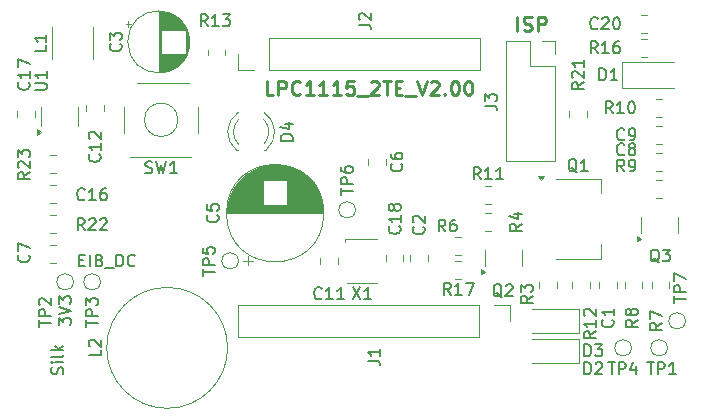
<source format=gbr>
%TF.GenerationSoftware,KiCad,Pcbnew,8.0.1*%
%TF.CreationDate,2024-04-28T15:11:04+02:00*%
%TF.ProjectId,controller_lpc1115_2MU_v1.04,636f6e74-726f-46c6-9c65-725f6c706331,rev?*%
%TF.SameCoordinates,Original*%
%TF.FileFunction,Legend,Top*%
%TF.FilePolarity,Positive*%
%FSLAX46Y46*%
G04 Gerber Fmt 4.6, Leading zero omitted, Abs format (unit mm)*
G04 Created by KiCad (PCBNEW 8.0.1) date 2024-04-28 15:11:04*
%MOMM*%
%LPD*%
G01*
G04 APERTURE LIST*
%ADD10C,0.150000*%
%ADD11C,0.250000*%
%ADD12C,0.120000*%
G04 APERTURE END LIST*
D10*
X130638779Y-106280009D02*
X130972112Y-106280009D01*
X131114969Y-106803819D02*
X130638779Y-106803819D01*
X130638779Y-106803819D02*
X130638779Y-105803819D01*
X130638779Y-105803819D02*
X131114969Y-105803819D01*
X131543541Y-106803819D02*
X131543541Y-105803819D01*
X132353064Y-106280009D02*
X132495921Y-106327628D01*
X132495921Y-106327628D02*
X132543540Y-106375247D01*
X132543540Y-106375247D02*
X132591159Y-106470485D01*
X132591159Y-106470485D02*
X132591159Y-106613342D01*
X132591159Y-106613342D02*
X132543540Y-106708580D01*
X132543540Y-106708580D02*
X132495921Y-106756200D01*
X132495921Y-106756200D02*
X132400683Y-106803819D01*
X132400683Y-106803819D02*
X132019731Y-106803819D01*
X132019731Y-106803819D02*
X132019731Y-105803819D01*
X132019731Y-105803819D02*
X132353064Y-105803819D01*
X132353064Y-105803819D02*
X132448302Y-105851438D01*
X132448302Y-105851438D02*
X132495921Y-105899057D01*
X132495921Y-105899057D02*
X132543540Y-105994295D01*
X132543540Y-105994295D02*
X132543540Y-106089533D01*
X132543540Y-106089533D02*
X132495921Y-106184771D01*
X132495921Y-106184771D02*
X132448302Y-106232390D01*
X132448302Y-106232390D02*
X132353064Y-106280009D01*
X132353064Y-106280009D02*
X132019731Y-106280009D01*
X132781636Y-106899057D02*
X133543540Y-106899057D01*
X133781636Y-106803819D02*
X133781636Y-105803819D01*
X133781636Y-105803819D02*
X134019731Y-105803819D01*
X134019731Y-105803819D02*
X134162588Y-105851438D01*
X134162588Y-105851438D02*
X134257826Y-105946676D01*
X134257826Y-105946676D02*
X134305445Y-106041914D01*
X134305445Y-106041914D02*
X134353064Y-106232390D01*
X134353064Y-106232390D02*
X134353064Y-106375247D01*
X134353064Y-106375247D02*
X134305445Y-106565723D01*
X134305445Y-106565723D02*
X134257826Y-106660961D01*
X134257826Y-106660961D02*
X134162588Y-106756200D01*
X134162588Y-106756200D02*
X134019731Y-106803819D01*
X134019731Y-106803819D02*
X133781636Y-106803819D01*
X135353064Y-106708580D02*
X135305445Y-106756200D01*
X135305445Y-106756200D02*
X135162588Y-106803819D01*
X135162588Y-106803819D02*
X135067350Y-106803819D01*
X135067350Y-106803819D02*
X134924493Y-106756200D01*
X134924493Y-106756200D02*
X134829255Y-106660961D01*
X134829255Y-106660961D02*
X134781636Y-106565723D01*
X134781636Y-106565723D02*
X134734017Y-106375247D01*
X134734017Y-106375247D02*
X134734017Y-106232390D01*
X134734017Y-106232390D02*
X134781636Y-106041914D01*
X134781636Y-106041914D02*
X134829255Y-105946676D01*
X134829255Y-105946676D02*
X134924493Y-105851438D01*
X134924493Y-105851438D02*
X135067350Y-105803819D01*
X135067350Y-105803819D02*
X135162588Y-105803819D01*
X135162588Y-105803819D02*
X135305445Y-105851438D01*
X135305445Y-105851438D02*
X135353064Y-105899057D01*
X128917819Y-111772458D02*
X128917819Y-111153411D01*
X128917819Y-111153411D02*
X129298771Y-111486744D01*
X129298771Y-111486744D02*
X129298771Y-111343887D01*
X129298771Y-111343887D02*
X129346390Y-111248649D01*
X129346390Y-111248649D02*
X129394009Y-111201030D01*
X129394009Y-111201030D02*
X129489247Y-111153411D01*
X129489247Y-111153411D02*
X129727342Y-111153411D01*
X129727342Y-111153411D02*
X129822580Y-111201030D01*
X129822580Y-111201030D02*
X129870200Y-111248649D01*
X129870200Y-111248649D02*
X129917819Y-111343887D01*
X129917819Y-111343887D02*
X129917819Y-111629601D01*
X129917819Y-111629601D02*
X129870200Y-111724839D01*
X129870200Y-111724839D02*
X129822580Y-111772458D01*
X128917819Y-110867696D02*
X129917819Y-110534363D01*
X129917819Y-110534363D02*
X128917819Y-110201030D01*
X128917819Y-109962934D02*
X128917819Y-109343887D01*
X128917819Y-109343887D02*
X129298771Y-109677220D01*
X129298771Y-109677220D02*
X129298771Y-109534363D01*
X129298771Y-109534363D02*
X129346390Y-109439125D01*
X129346390Y-109439125D02*
X129394009Y-109391506D01*
X129394009Y-109391506D02*
X129489247Y-109343887D01*
X129489247Y-109343887D02*
X129727342Y-109343887D01*
X129727342Y-109343887D02*
X129822580Y-109391506D01*
X129822580Y-109391506D02*
X129870200Y-109439125D01*
X129870200Y-109439125D02*
X129917819Y-109534363D01*
X129917819Y-109534363D02*
X129917819Y-109820077D01*
X129917819Y-109820077D02*
X129870200Y-109915315D01*
X129870200Y-109915315D02*
X129822580Y-109962934D01*
D11*
X167738187Y-86864142D02*
X167738187Y-85664142D01*
X168252473Y-86807000D02*
X168423902Y-86864142D01*
X168423902Y-86864142D02*
X168709616Y-86864142D01*
X168709616Y-86864142D02*
X168823902Y-86807000D01*
X168823902Y-86807000D02*
X168881044Y-86749857D01*
X168881044Y-86749857D02*
X168938187Y-86635571D01*
X168938187Y-86635571D02*
X168938187Y-86521285D01*
X168938187Y-86521285D02*
X168881044Y-86407000D01*
X168881044Y-86407000D02*
X168823902Y-86349857D01*
X168823902Y-86349857D02*
X168709616Y-86292714D01*
X168709616Y-86292714D02*
X168481044Y-86235571D01*
X168481044Y-86235571D02*
X168366759Y-86178428D01*
X168366759Y-86178428D02*
X168309616Y-86121285D01*
X168309616Y-86121285D02*
X168252473Y-86007000D01*
X168252473Y-86007000D02*
X168252473Y-85892714D01*
X168252473Y-85892714D02*
X168309616Y-85778428D01*
X168309616Y-85778428D02*
X168366759Y-85721285D01*
X168366759Y-85721285D02*
X168481044Y-85664142D01*
X168481044Y-85664142D02*
X168766759Y-85664142D01*
X168766759Y-85664142D02*
X168938187Y-85721285D01*
X169452473Y-86864142D02*
X169452473Y-85664142D01*
X169452473Y-85664142D02*
X169909616Y-85664142D01*
X169909616Y-85664142D02*
X170023901Y-85721285D01*
X170023901Y-85721285D02*
X170081044Y-85778428D01*
X170081044Y-85778428D02*
X170138187Y-85892714D01*
X170138187Y-85892714D02*
X170138187Y-86064142D01*
X170138187Y-86064142D02*
X170081044Y-86178428D01*
X170081044Y-86178428D02*
X170023901Y-86235571D01*
X170023901Y-86235571D02*
X169909616Y-86292714D01*
X169909616Y-86292714D02*
X169452473Y-86292714D01*
D10*
X129235200Y-115915839D02*
X129282819Y-115772982D01*
X129282819Y-115772982D02*
X129282819Y-115534887D01*
X129282819Y-115534887D02*
X129235200Y-115439649D01*
X129235200Y-115439649D02*
X129187580Y-115392030D01*
X129187580Y-115392030D02*
X129092342Y-115344411D01*
X129092342Y-115344411D02*
X128997104Y-115344411D01*
X128997104Y-115344411D02*
X128901866Y-115392030D01*
X128901866Y-115392030D02*
X128854247Y-115439649D01*
X128854247Y-115439649D02*
X128806628Y-115534887D01*
X128806628Y-115534887D02*
X128759009Y-115725363D01*
X128759009Y-115725363D02*
X128711390Y-115820601D01*
X128711390Y-115820601D02*
X128663771Y-115868220D01*
X128663771Y-115868220D02*
X128568533Y-115915839D01*
X128568533Y-115915839D02*
X128473295Y-115915839D01*
X128473295Y-115915839D02*
X128378057Y-115868220D01*
X128378057Y-115868220D02*
X128330438Y-115820601D01*
X128330438Y-115820601D02*
X128282819Y-115725363D01*
X128282819Y-115725363D02*
X128282819Y-115487268D01*
X128282819Y-115487268D02*
X128330438Y-115344411D01*
X129282819Y-114915839D02*
X128616152Y-114915839D01*
X128282819Y-114915839D02*
X128330438Y-114963458D01*
X128330438Y-114963458D02*
X128378057Y-114915839D01*
X128378057Y-114915839D02*
X128330438Y-114868220D01*
X128330438Y-114868220D02*
X128282819Y-114915839D01*
X128282819Y-114915839D02*
X128378057Y-114915839D01*
X129282819Y-114296792D02*
X129235200Y-114392030D01*
X129235200Y-114392030D02*
X129139961Y-114439649D01*
X129139961Y-114439649D02*
X128282819Y-114439649D01*
X129282819Y-113915839D02*
X128282819Y-113915839D01*
X128901866Y-113820601D02*
X129282819Y-113534887D01*
X128616152Y-113534887D02*
X128997104Y-113915839D01*
D11*
X147071615Y-92296142D02*
X146500187Y-92296142D01*
X146500187Y-92296142D02*
X146500187Y-91096142D01*
X147471616Y-92296142D02*
X147471616Y-91096142D01*
X147471616Y-91096142D02*
X147928759Y-91096142D01*
X147928759Y-91096142D02*
X148043044Y-91153285D01*
X148043044Y-91153285D02*
X148100187Y-91210428D01*
X148100187Y-91210428D02*
X148157330Y-91324714D01*
X148157330Y-91324714D02*
X148157330Y-91496142D01*
X148157330Y-91496142D02*
X148100187Y-91610428D01*
X148100187Y-91610428D02*
X148043044Y-91667571D01*
X148043044Y-91667571D02*
X147928759Y-91724714D01*
X147928759Y-91724714D02*
X147471616Y-91724714D01*
X149357330Y-92181857D02*
X149300187Y-92239000D01*
X149300187Y-92239000D02*
X149128759Y-92296142D01*
X149128759Y-92296142D02*
X149014473Y-92296142D01*
X149014473Y-92296142D02*
X148843044Y-92239000D01*
X148843044Y-92239000D02*
X148728759Y-92124714D01*
X148728759Y-92124714D02*
X148671616Y-92010428D01*
X148671616Y-92010428D02*
X148614473Y-91781857D01*
X148614473Y-91781857D02*
X148614473Y-91610428D01*
X148614473Y-91610428D02*
X148671616Y-91381857D01*
X148671616Y-91381857D02*
X148728759Y-91267571D01*
X148728759Y-91267571D02*
X148843044Y-91153285D01*
X148843044Y-91153285D02*
X149014473Y-91096142D01*
X149014473Y-91096142D02*
X149128759Y-91096142D01*
X149128759Y-91096142D02*
X149300187Y-91153285D01*
X149300187Y-91153285D02*
X149357330Y-91210428D01*
X150500187Y-92296142D02*
X149814473Y-92296142D01*
X150157330Y-92296142D02*
X150157330Y-91096142D01*
X150157330Y-91096142D02*
X150043044Y-91267571D01*
X150043044Y-91267571D02*
X149928759Y-91381857D01*
X149928759Y-91381857D02*
X149814473Y-91439000D01*
X151643044Y-92296142D02*
X150957330Y-92296142D01*
X151300187Y-92296142D02*
X151300187Y-91096142D01*
X151300187Y-91096142D02*
X151185901Y-91267571D01*
X151185901Y-91267571D02*
X151071616Y-91381857D01*
X151071616Y-91381857D02*
X150957330Y-91439000D01*
X152785901Y-92296142D02*
X152100187Y-92296142D01*
X152443044Y-92296142D02*
X152443044Y-91096142D01*
X152443044Y-91096142D02*
X152328758Y-91267571D01*
X152328758Y-91267571D02*
X152214473Y-91381857D01*
X152214473Y-91381857D02*
X152100187Y-91439000D01*
X153871615Y-91096142D02*
X153300187Y-91096142D01*
X153300187Y-91096142D02*
X153243044Y-91667571D01*
X153243044Y-91667571D02*
X153300187Y-91610428D01*
X153300187Y-91610428D02*
X153414473Y-91553285D01*
X153414473Y-91553285D02*
X153700187Y-91553285D01*
X153700187Y-91553285D02*
X153814473Y-91610428D01*
X153814473Y-91610428D02*
X153871615Y-91667571D01*
X153871615Y-91667571D02*
X153928758Y-91781857D01*
X153928758Y-91781857D02*
X153928758Y-92067571D01*
X153928758Y-92067571D02*
X153871615Y-92181857D01*
X153871615Y-92181857D02*
X153814473Y-92239000D01*
X153814473Y-92239000D02*
X153700187Y-92296142D01*
X153700187Y-92296142D02*
X153414473Y-92296142D01*
X153414473Y-92296142D02*
X153300187Y-92239000D01*
X153300187Y-92239000D02*
X153243044Y-92181857D01*
X154157330Y-92410428D02*
X155071615Y-92410428D01*
X155300187Y-91210428D02*
X155357330Y-91153285D01*
X155357330Y-91153285D02*
X155471616Y-91096142D01*
X155471616Y-91096142D02*
X155757330Y-91096142D01*
X155757330Y-91096142D02*
X155871616Y-91153285D01*
X155871616Y-91153285D02*
X155928758Y-91210428D01*
X155928758Y-91210428D02*
X155985901Y-91324714D01*
X155985901Y-91324714D02*
X155985901Y-91439000D01*
X155985901Y-91439000D02*
X155928758Y-91610428D01*
X155928758Y-91610428D02*
X155243044Y-92296142D01*
X155243044Y-92296142D02*
X155985901Y-92296142D01*
X156328758Y-91096142D02*
X157014473Y-91096142D01*
X156671615Y-92296142D02*
X156671615Y-91096142D01*
X157414473Y-91667571D02*
X157814473Y-91667571D01*
X157985901Y-92296142D02*
X157414473Y-92296142D01*
X157414473Y-92296142D02*
X157414473Y-91096142D01*
X157414473Y-91096142D02*
X157985901Y-91096142D01*
X158214473Y-92410428D02*
X159128758Y-92410428D01*
X159243044Y-91096142D02*
X159643044Y-92296142D01*
X159643044Y-92296142D02*
X160043044Y-91096142D01*
X160385901Y-91210428D02*
X160443044Y-91153285D01*
X160443044Y-91153285D02*
X160557330Y-91096142D01*
X160557330Y-91096142D02*
X160843044Y-91096142D01*
X160843044Y-91096142D02*
X160957330Y-91153285D01*
X160957330Y-91153285D02*
X161014472Y-91210428D01*
X161014472Y-91210428D02*
X161071615Y-91324714D01*
X161071615Y-91324714D02*
X161071615Y-91439000D01*
X161071615Y-91439000D02*
X161014472Y-91610428D01*
X161014472Y-91610428D02*
X160328758Y-92296142D01*
X160328758Y-92296142D02*
X161071615Y-92296142D01*
X161585901Y-92181857D02*
X161643044Y-92239000D01*
X161643044Y-92239000D02*
X161585901Y-92296142D01*
X161585901Y-92296142D02*
X161528758Y-92239000D01*
X161528758Y-92239000D02*
X161585901Y-92181857D01*
X161585901Y-92181857D02*
X161585901Y-92296142D01*
X162385901Y-91096142D02*
X162500187Y-91096142D01*
X162500187Y-91096142D02*
X162614473Y-91153285D01*
X162614473Y-91153285D02*
X162671616Y-91210428D01*
X162671616Y-91210428D02*
X162728758Y-91324714D01*
X162728758Y-91324714D02*
X162785901Y-91553285D01*
X162785901Y-91553285D02*
X162785901Y-91839000D01*
X162785901Y-91839000D02*
X162728758Y-92067571D01*
X162728758Y-92067571D02*
X162671616Y-92181857D01*
X162671616Y-92181857D02*
X162614473Y-92239000D01*
X162614473Y-92239000D02*
X162500187Y-92296142D01*
X162500187Y-92296142D02*
X162385901Y-92296142D01*
X162385901Y-92296142D02*
X162271616Y-92239000D01*
X162271616Y-92239000D02*
X162214473Y-92181857D01*
X162214473Y-92181857D02*
X162157330Y-92067571D01*
X162157330Y-92067571D02*
X162100187Y-91839000D01*
X162100187Y-91839000D02*
X162100187Y-91553285D01*
X162100187Y-91553285D02*
X162157330Y-91324714D01*
X162157330Y-91324714D02*
X162214473Y-91210428D01*
X162214473Y-91210428D02*
X162271616Y-91153285D01*
X162271616Y-91153285D02*
X162385901Y-91096142D01*
X163528758Y-91096142D02*
X163643044Y-91096142D01*
X163643044Y-91096142D02*
X163757330Y-91153285D01*
X163757330Y-91153285D02*
X163814473Y-91210428D01*
X163814473Y-91210428D02*
X163871615Y-91324714D01*
X163871615Y-91324714D02*
X163928758Y-91553285D01*
X163928758Y-91553285D02*
X163928758Y-91839000D01*
X163928758Y-91839000D02*
X163871615Y-92067571D01*
X163871615Y-92067571D02*
X163814473Y-92181857D01*
X163814473Y-92181857D02*
X163757330Y-92239000D01*
X163757330Y-92239000D02*
X163643044Y-92296142D01*
X163643044Y-92296142D02*
X163528758Y-92296142D01*
X163528758Y-92296142D02*
X163414473Y-92239000D01*
X163414473Y-92239000D02*
X163357330Y-92181857D01*
X163357330Y-92181857D02*
X163300187Y-92067571D01*
X163300187Y-92067571D02*
X163243044Y-91839000D01*
X163243044Y-91839000D02*
X163243044Y-91553285D01*
X163243044Y-91553285D02*
X163300187Y-91324714D01*
X163300187Y-91324714D02*
X163357330Y-91210428D01*
X163357330Y-91210428D02*
X163414473Y-91153285D01*
X163414473Y-91153285D02*
X163528758Y-91096142D01*
D10*
X175789142Y-93828819D02*
X175455809Y-93352628D01*
X175217714Y-93828819D02*
X175217714Y-92828819D01*
X175217714Y-92828819D02*
X175598666Y-92828819D01*
X175598666Y-92828819D02*
X175693904Y-92876438D01*
X175693904Y-92876438D02*
X175741523Y-92924057D01*
X175741523Y-92924057D02*
X175789142Y-93019295D01*
X175789142Y-93019295D02*
X175789142Y-93162152D01*
X175789142Y-93162152D02*
X175741523Y-93257390D01*
X175741523Y-93257390D02*
X175693904Y-93305009D01*
X175693904Y-93305009D02*
X175598666Y-93352628D01*
X175598666Y-93352628D02*
X175217714Y-93352628D01*
X176741523Y-93828819D02*
X176170095Y-93828819D01*
X176455809Y-93828819D02*
X176455809Y-92828819D01*
X176455809Y-92828819D02*
X176360571Y-92971676D01*
X176360571Y-92971676D02*
X176265333Y-93066914D01*
X176265333Y-93066914D02*
X176170095Y-93114533D01*
X177360571Y-92828819D02*
X177455809Y-92828819D01*
X177455809Y-92828819D02*
X177551047Y-92876438D01*
X177551047Y-92876438D02*
X177598666Y-92924057D01*
X177598666Y-92924057D02*
X177646285Y-93019295D01*
X177646285Y-93019295D02*
X177693904Y-93209771D01*
X177693904Y-93209771D02*
X177693904Y-93447866D01*
X177693904Y-93447866D02*
X177646285Y-93638342D01*
X177646285Y-93638342D02*
X177598666Y-93733580D01*
X177598666Y-93733580D02*
X177551047Y-93781200D01*
X177551047Y-93781200D02*
X177455809Y-93828819D01*
X177455809Y-93828819D02*
X177360571Y-93828819D01*
X177360571Y-93828819D02*
X177265333Y-93781200D01*
X177265333Y-93781200D02*
X177217714Y-93733580D01*
X177217714Y-93733580D02*
X177170095Y-93638342D01*
X177170095Y-93638342D02*
X177122476Y-93447866D01*
X177122476Y-93447866D02*
X177122476Y-93209771D01*
X177122476Y-93209771D02*
X177170095Y-93019295D01*
X177170095Y-93019295D02*
X177217714Y-92924057D01*
X177217714Y-92924057D02*
X177265333Y-92876438D01*
X177265333Y-92876438D02*
X177360571Y-92828819D01*
X180966819Y-109875904D02*
X180966819Y-109304476D01*
X181966819Y-109590190D02*
X180966819Y-109590190D01*
X181966819Y-108971142D02*
X180966819Y-108971142D01*
X180966819Y-108971142D02*
X180966819Y-108590190D01*
X180966819Y-108590190D02*
X181014438Y-108494952D01*
X181014438Y-108494952D02*
X181062057Y-108447333D01*
X181062057Y-108447333D02*
X181157295Y-108399714D01*
X181157295Y-108399714D02*
X181300152Y-108399714D01*
X181300152Y-108399714D02*
X181395390Y-108447333D01*
X181395390Y-108447333D02*
X181443009Y-108494952D01*
X181443009Y-108494952D02*
X181490628Y-108590190D01*
X181490628Y-108590190D02*
X181490628Y-108971142D01*
X180966819Y-108066380D02*
X180966819Y-107399714D01*
X180966819Y-107399714D02*
X181966819Y-107828285D01*
X175424095Y-114926819D02*
X175995523Y-114926819D01*
X175709809Y-115926819D02*
X175709809Y-114926819D01*
X176328857Y-115926819D02*
X176328857Y-114926819D01*
X176328857Y-114926819D02*
X176709809Y-114926819D01*
X176709809Y-114926819D02*
X176805047Y-114974438D01*
X176805047Y-114974438D02*
X176852666Y-115022057D01*
X176852666Y-115022057D02*
X176900285Y-115117295D01*
X176900285Y-115117295D02*
X176900285Y-115260152D01*
X176900285Y-115260152D02*
X176852666Y-115355390D01*
X176852666Y-115355390D02*
X176805047Y-115403009D01*
X176805047Y-115403009D02*
X176709809Y-115450628D01*
X176709809Y-115450628D02*
X176328857Y-115450628D01*
X177757428Y-115260152D02*
X177757428Y-115926819D01*
X177519333Y-114879200D02*
X177281238Y-115593485D01*
X177281238Y-115593485D02*
X177900285Y-115593485D01*
X173330819Y-91222857D02*
X172854628Y-91556190D01*
X173330819Y-91794285D02*
X172330819Y-91794285D01*
X172330819Y-91794285D02*
X172330819Y-91413333D01*
X172330819Y-91413333D02*
X172378438Y-91318095D01*
X172378438Y-91318095D02*
X172426057Y-91270476D01*
X172426057Y-91270476D02*
X172521295Y-91222857D01*
X172521295Y-91222857D02*
X172664152Y-91222857D01*
X172664152Y-91222857D02*
X172759390Y-91270476D01*
X172759390Y-91270476D02*
X172807009Y-91318095D01*
X172807009Y-91318095D02*
X172854628Y-91413333D01*
X172854628Y-91413333D02*
X172854628Y-91794285D01*
X172426057Y-90841904D02*
X172378438Y-90794285D01*
X172378438Y-90794285D02*
X172330819Y-90699047D01*
X172330819Y-90699047D02*
X172330819Y-90460952D01*
X172330819Y-90460952D02*
X172378438Y-90365714D01*
X172378438Y-90365714D02*
X172426057Y-90318095D01*
X172426057Y-90318095D02*
X172521295Y-90270476D01*
X172521295Y-90270476D02*
X172616533Y-90270476D01*
X172616533Y-90270476D02*
X172759390Y-90318095D01*
X172759390Y-90318095D02*
X173330819Y-90889523D01*
X173330819Y-90889523D02*
X173330819Y-90270476D01*
X173330819Y-89318095D02*
X173330819Y-89889523D01*
X173330819Y-89603809D02*
X172330819Y-89603809D01*
X172330819Y-89603809D02*
X172473676Y-89699047D01*
X172473676Y-89699047D02*
X172568914Y-89794285D01*
X172568914Y-89794285D02*
X172616533Y-89889523D01*
X154296819Y-86341333D02*
X155011104Y-86341333D01*
X155011104Y-86341333D02*
X155153961Y-86388952D01*
X155153961Y-86388952D02*
X155249200Y-86484190D01*
X155249200Y-86484190D02*
X155296819Y-86627047D01*
X155296819Y-86627047D02*
X155296819Y-86722285D01*
X154392057Y-85912761D02*
X154344438Y-85865142D01*
X154344438Y-85865142D02*
X154296819Y-85769904D01*
X154296819Y-85769904D02*
X154296819Y-85531809D01*
X154296819Y-85531809D02*
X154344438Y-85436571D01*
X154344438Y-85436571D02*
X154392057Y-85388952D01*
X154392057Y-85388952D02*
X154487295Y-85341333D01*
X154487295Y-85341333D02*
X154582533Y-85341333D01*
X154582533Y-85341333D02*
X154725390Y-85388952D01*
X154725390Y-85388952D02*
X155296819Y-85960380D01*
X155296819Y-85960380D02*
X155296819Y-85341333D01*
X136236667Y-98861200D02*
X136379524Y-98908819D01*
X136379524Y-98908819D02*
X136617619Y-98908819D01*
X136617619Y-98908819D02*
X136712857Y-98861200D01*
X136712857Y-98861200D02*
X136760476Y-98813580D01*
X136760476Y-98813580D02*
X136808095Y-98718342D01*
X136808095Y-98718342D02*
X136808095Y-98623104D01*
X136808095Y-98623104D02*
X136760476Y-98527866D01*
X136760476Y-98527866D02*
X136712857Y-98480247D01*
X136712857Y-98480247D02*
X136617619Y-98432628D01*
X136617619Y-98432628D02*
X136427143Y-98385009D01*
X136427143Y-98385009D02*
X136331905Y-98337390D01*
X136331905Y-98337390D02*
X136284286Y-98289771D01*
X136284286Y-98289771D02*
X136236667Y-98194533D01*
X136236667Y-98194533D02*
X136236667Y-98099295D01*
X136236667Y-98099295D02*
X136284286Y-98004057D01*
X136284286Y-98004057D02*
X136331905Y-97956438D01*
X136331905Y-97956438D02*
X136427143Y-97908819D01*
X136427143Y-97908819D02*
X136665238Y-97908819D01*
X136665238Y-97908819D02*
X136808095Y-97956438D01*
X137141429Y-97908819D02*
X137379524Y-98908819D01*
X137379524Y-98908819D02*
X137570000Y-98194533D01*
X137570000Y-98194533D02*
X137760476Y-98908819D01*
X137760476Y-98908819D02*
X137998572Y-97908819D01*
X138903333Y-98908819D02*
X138331905Y-98908819D01*
X138617619Y-98908819D02*
X138617619Y-97908819D01*
X138617619Y-97908819D02*
X138522381Y-98051676D01*
X138522381Y-98051676D02*
X138427143Y-98146914D01*
X138427143Y-98146914D02*
X138331905Y-98194533D01*
X176773333Y-97289580D02*
X176725714Y-97337200D01*
X176725714Y-97337200D02*
X176582857Y-97384819D01*
X176582857Y-97384819D02*
X176487619Y-97384819D01*
X176487619Y-97384819D02*
X176344762Y-97337200D01*
X176344762Y-97337200D02*
X176249524Y-97241961D01*
X176249524Y-97241961D02*
X176201905Y-97146723D01*
X176201905Y-97146723D02*
X176154286Y-96956247D01*
X176154286Y-96956247D02*
X176154286Y-96813390D01*
X176154286Y-96813390D02*
X176201905Y-96622914D01*
X176201905Y-96622914D02*
X176249524Y-96527676D01*
X176249524Y-96527676D02*
X176344762Y-96432438D01*
X176344762Y-96432438D02*
X176487619Y-96384819D01*
X176487619Y-96384819D02*
X176582857Y-96384819D01*
X176582857Y-96384819D02*
X176725714Y-96432438D01*
X176725714Y-96432438D02*
X176773333Y-96480057D01*
X177344762Y-96813390D02*
X177249524Y-96765771D01*
X177249524Y-96765771D02*
X177201905Y-96718152D01*
X177201905Y-96718152D02*
X177154286Y-96622914D01*
X177154286Y-96622914D02*
X177154286Y-96575295D01*
X177154286Y-96575295D02*
X177201905Y-96480057D01*
X177201905Y-96480057D02*
X177249524Y-96432438D01*
X177249524Y-96432438D02*
X177344762Y-96384819D01*
X177344762Y-96384819D02*
X177535238Y-96384819D01*
X177535238Y-96384819D02*
X177630476Y-96432438D01*
X177630476Y-96432438D02*
X177678095Y-96480057D01*
X177678095Y-96480057D02*
X177725714Y-96575295D01*
X177725714Y-96575295D02*
X177725714Y-96622914D01*
X177725714Y-96622914D02*
X177678095Y-96718152D01*
X177678095Y-96718152D02*
X177630476Y-96765771D01*
X177630476Y-96765771D02*
X177535238Y-96813390D01*
X177535238Y-96813390D02*
X177344762Y-96813390D01*
X177344762Y-96813390D02*
X177249524Y-96861009D01*
X177249524Y-96861009D02*
X177201905Y-96908628D01*
X177201905Y-96908628D02*
X177154286Y-97003866D01*
X177154286Y-97003866D02*
X177154286Y-97194342D01*
X177154286Y-97194342D02*
X177201905Y-97289580D01*
X177201905Y-97289580D02*
X177249524Y-97337200D01*
X177249524Y-97337200D02*
X177344762Y-97384819D01*
X177344762Y-97384819D02*
X177535238Y-97384819D01*
X177535238Y-97384819D02*
X177630476Y-97337200D01*
X177630476Y-97337200D02*
X177678095Y-97289580D01*
X177678095Y-97289580D02*
X177725714Y-97194342D01*
X177725714Y-97194342D02*
X177725714Y-97003866D01*
X177725714Y-97003866D02*
X177678095Y-96908628D01*
X177678095Y-96908628D02*
X177630476Y-96861009D01*
X177630476Y-96861009D02*
X177535238Y-96813390D01*
X126864819Y-91849904D02*
X127674342Y-91849904D01*
X127674342Y-91849904D02*
X127769580Y-91802285D01*
X127769580Y-91802285D02*
X127817200Y-91754666D01*
X127817200Y-91754666D02*
X127864819Y-91659428D01*
X127864819Y-91659428D02*
X127864819Y-91468952D01*
X127864819Y-91468952D02*
X127817200Y-91373714D01*
X127817200Y-91373714D02*
X127769580Y-91326095D01*
X127769580Y-91326095D02*
X127674342Y-91278476D01*
X127674342Y-91278476D02*
X126864819Y-91278476D01*
X127864819Y-90278476D02*
X127864819Y-90849904D01*
X127864819Y-90564190D02*
X126864819Y-90564190D01*
X126864819Y-90564190D02*
X127007676Y-90659428D01*
X127007676Y-90659428D02*
X127102914Y-90754666D01*
X127102914Y-90754666D02*
X127150533Y-90849904D01*
X157897580Y-98112666D02*
X157945200Y-98160285D01*
X157945200Y-98160285D02*
X157992819Y-98303142D01*
X157992819Y-98303142D02*
X157992819Y-98398380D01*
X157992819Y-98398380D02*
X157945200Y-98541237D01*
X157945200Y-98541237D02*
X157849961Y-98636475D01*
X157849961Y-98636475D02*
X157754723Y-98684094D01*
X157754723Y-98684094D02*
X157564247Y-98731713D01*
X157564247Y-98731713D02*
X157421390Y-98731713D01*
X157421390Y-98731713D02*
X157230914Y-98684094D01*
X157230914Y-98684094D02*
X157135676Y-98636475D01*
X157135676Y-98636475D02*
X157040438Y-98541237D01*
X157040438Y-98541237D02*
X156992819Y-98398380D01*
X156992819Y-98398380D02*
X156992819Y-98303142D01*
X156992819Y-98303142D02*
X157040438Y-98160285D01*
X157040438Y-98160285D02*
X157088057Y-98112666D01*
X156992819Y-97255523D02*
X156992819Y-97445999D01*
X156992819Y-97445999D02*
X157040438Y-97541237D01*
X157040438Y-97541237D02*
X157088057Y-97588856D01*
X157088057Y-97588856D02*
X157230914Y-97684094D01*
X157230914Y-97684094D02*
X157421390Y-97731713D01*
X157421390Y-97731713D02*
X157802342Y-97731713D01*
X157802342Y-97731713D02*
X157897580Y-97684094D01*
X157897580Y-97684094D02*
X157945200Y-97636475D01*
X157945200Y-97636475D02*
X157992819Y-97541237D01*
X157992819Y-97541237D02*
X157992819Y-97350761D01*
X157992819Y-97350761D02*
X157945200Y-97255523D01*
X157945200Y-97255523D02*
X157897580Y-97207904D01*
X157897580Y-97207904D02*
X157802342Y-97160285D01*
X157802342Y-97160285D02*
X157564247Y-97160285D01*
X157564247Y-97160285D02*
X157469009Y-97207904D01*
X157469009Y-97207904D02*
X157421390Y-97255523D01*
X157421390Y-97255523D02*
X157373771Y-97350761D01*
X157373771Y-97350761D02*
X157373771Y-97541237D01*
X157373771Y-97541237D02*
X157421390Y-97636475D01*
X157421390Y-97636475D02*
X157469009Y-97684094D01*
X157469009Y-97684094D02*
X157564247Y-97731713D01*
X172780761Y-98822057D02*
X172685523Y-98774438D01*
X172685523Y-98774438D02*
X172590285Y-98679200D01*
X172590285Y-98679200D02*
X172447428Y-98536342D01*
X172447428Y-98536342D02*
X172352190Y-98488723D01*
X172352190Y-98488723D02*
X172256952Y-98488723D01*
X172304571Y-98726819D02*
X172209333Y-98679200D01*
X172209333Y-98679200D02*
X172114095Y-98583961D01*
X172114095Y-98583961D02*
X172066476Y-98393485D01*
X172066476Y-98393485D02*
X172066476Y-98060152D01*
X172066476Y-98060152D02*
X172114095Y-97869676D01*
X172114095Y-97869676D02*
X172209333Y-97774438D01*
X172209333Y-97774438D02*
X172304571Y-97726819D01*
X172304571Y-97726819D02*
X172495047Y-97726819D01*
X172495047Y-97726819D02*
X172590285Y-97774438D01*
X172590285Y-97774438D02*
X172685523Y-97869676D01*
X172685523Y-97869676D02*
X172733142Y-98060152D01*
X172733142Y-98060152D02*
X172733142Y-98393485D01*
X172733142Y-98393485D02*
X172685523Y-98583961D01*
X172685523Y-98583961D02*
X172590285Y-98679200D01*
X172590285Y-98679200D02*
X172495047Y-98726819D01*
X172495047Y-98726819D02*
X172304571Y-98726819D01*
X173685523Y-98726819D02*
X173114095Y-98726819D01*
X173399809Y-98726819D02*
X173399809Y-97726819D01*
X173399809Y-97726819D02*
X173304571Y-97869676D01*
X173304571Y-97869676D02*
X173209333Y-97964914D01*
X173209333Y-97964914D02*
X173114095Y-98012533D01*
X164964819Y-93199333D02*
X165679104Y-93199333D01*
X165679104Y-93199333D02*
X165821961Y-93246952D01*
X165821961Y-93246952D02*
X165917200Y-93342190D01*
X165917200Y-93342190D02*
X165964819Y-93485047D01*
X165964819Y-93485047D02*
X165964819Y-93580285D01*
X164964819Y-92818380D02*
X164964819Y-92199333D01*
X164964819Y-92199333D02*
X165345771Y-92532666D01*
X165345771Y-92532666D02*
X165345771Y-92389809D01*
X165345771Y-92389809D02*
X165393390Y-92294571D01*
X165393390Y-92294571D02*
X165441009Y-92246952D01*
X165441009Y-92246952D02*
X165536247Y-92199333D01*
X165536247Y-92199333D02*
X165774342Y-92199333D01*
X165774342Y-92199333D02*
X165869580Y-92246952D01*
X165869580Y-92246952D02*
X165917200Y-92294571D01*
X165917200Y-92294571D02*
X165964819Y-92389809D01*
X165964819Y-92389809D02*
X165964819Y-92675523D01*
X165964819Y-92675523D02*
X165917200Y-92770761D01*
X165917200Y-92770761D02*
X165869580Y-92818380D01*
X159773580Y-103446666D02*
X159821200Y-103494285D01*
X159821200Y-103494285D02*
X159868819Y-103637142D01*
X159868819Y-103637142D02*
X159868819Y-103732380D01*
X159868819Y-103732380D02*
X159821200Y-103875237D01*
X159821200Y-103875237D02*
X159725961Y-103970475D01*
X159725961Y-103970475D02*
X159630723Y-104018094D01*
X159630723Y-104018094D02*
X159440247Y-104065713D01*
X159440247Y-104065713D02*
X159297390Y-104065713D01*
X159297390Y-104065713D02*
X159106914Y-104018094D01*
X159106914Y-104018094D02*
X159011676Y-103970475D01*
X159011676Y-103970475D02*
X158916438Y-103875237D01*
X158916438Y-103875237D02*
X158868819Y-103732380D01*
X158868819Y-103732380D02*
X158868819Y-103637142D01*
X158868819Y-103637142D02*
X158916438Y-103494285D01*
X158916438Y-103494285D02*
X158964057Y-103446666D01*
X158964057Y-103065713D02*
X158916438Y-103018094D01*
X158916438Y-103018094D02*
X158868819Y-102922856D01*
X158868819Y-102922856D02*
X158868819Y-102684761D01*
X158868819Y-102684761D02*
X158916438Y-102589523D01*
X158916438Y-102589523D02*
X158964057Y-102541904D01*
X158964057Y-102541904D02*
X159059295Y-102494285D01*
X159059295Y-102494285D02*
X159154533Y-102494285D01*
X159154533Y-102494285D02*
X159297390Y-102541904D01*
X159297390Y-102541904D02*
X159868819Y-103113332D01*
X159868819Y-103113332D02*
X159868819Y-102494285D01*
X142331580Y-102458666D02*
X142379200Y-102506285D01*
X142379200Y-102506285D02*
X142426819Y-102649142D01*
X142426819Y-102649142D02*
X142426819Y-102744380D01*
X142426819Y-102744380D02*
X142379200Y-102887237D01*
X142379200Y-102887237D02*
X142283961Y-102982475D01*
X142283961Y-102982475D02*
X142188723Y-103030094D01*
X142188723Y-103030094D02*
X141998247Y-103077713D01*
X141998247Y-103077713D02*
X141855390Y-103077713D01*
X141855390Y-103077713D02*
X141664914Y-103030094D01*
X141664914Y-103030094D02*
X141569676Y-102982475D01*
X141569676Y-102982475D02*
X141474438Y-102887237D01*
X141474438Y-102887237D02*
X141426819Y-102744380D01*
X141426819Y-102744380D02*
X141426819Y-102649142D01*
X141426819Y-102649142D02*
X141474438Y-102506285D01*
X141474438Y-102506285D02*
X141522057Y-102458666D01*
X141426819Y-101553904D02*
X141426819Y-102030094D01*
X141426819Y-102030094D02*
X141903009Y-102077713D01*
X141903009Y-102077713D02*
X141855390Y-102030094D01*
X141855390Y-102030094D02*
X141807771Y-101934856D01*
X141807771Y-101934856D02*
X141807771Y-101696761D01*
X141807771Y-101696761D02*
X141855390Y-101601523D01*
X141855390Y-101601523D02*
X141903009Y-101553904D01*
X141903009Y-101553904D02*
X141998247Y-101506285D01*
X141998247Y-101506285D02*
X142236342Y-101506285D01*
X142236342Y-101506285D02*
X142331580Y-101553904D01*
X142331580Y-101553904D02*
X142379200Y-101601523D01*
X142379200Y-101601523D02*
X142426819Y-101696761D01*
X142426819Y-101696761D02*
X142426819Y-101934856D01*
X142426819Y-101934856D02*
X142379200Y-102030094D01*
X142379200Y-102030094D02*
X142331580Y-102077713D01*
X164613142Y-99416819D02*
X164279809Y-98940628D01*
X164041714Y-99416819D02*
X164041714Y-98416819D01*
X164041714Y-98416819D02*
X164422666Y-98416819D01*
X164422666Y-98416819D02*
X164517904Y-98464438D01*
X164517904Y-98464438D02*
X164565523Y-98512057D01*
X164565523Y-98512057D02*
X164613142Y-98607295D01*
X164613142Y-98607295D02*
X164613142Y-98750152D01*
X164613142Y-98750152D02*
X164565523Y-98845390D01*
X164565523Y-98845390D02*
X164517904Y-98893009D01*
X164517904Y-98893009D02*
X164422666Y-98940628D01*
X164422666Y-98940628D02*
X164041714Y-98940628D01*
X165565523Y-99416819D02*
X164994095Y-99416819D01*
X165279809Y-99416819D02*
X165279809Y-98416819D01*
X165279809Y-98416819D02*
X165184571Y-98559676D01*
X165184571Y-98559676D02*
X165089333Y-98654914D01*
X165089333Y-98654914D02*
X164994095Y-98702533D01*
X166517904Y-99416819D02*
X165946476Y-99416819D01*
X166232190Y-99416819D02*
X166232190Y-98416819D01*
X166232190Y-98416819D02*
X166136952Y-98559676D01*
X166136952Y-98559676D02*
X166041714Y-98654914D01*
X166041714Y-98654914D02*
X165946476Y-98702533D01*
X173407905Y-114402819D02*
X173407905Y-113402819D01*
X173407905Y-113402819D02*
X173646000Y-113402819D01*
X173646000Y-113402819D02*
X173788857Y-113450438D01*
X173788857Y-113450438D02*
X173884095Y-113545676D01*
X173884095Y-113545676D02*
X173931714Y-113640914D01*
X173931714Y-113640914D02*
X173979333Y-113831390D01*
X173979333Y-113831390D02*
X173979333Y-113974247D01*
X173979333Y-113974247D02*
X173931714Y-114164723D01*
X173931714Y-114164723D02*
X173884095Y-114259961D01*
X173884095Y-114259961D02*
X173788857Y-114355200D01*
X173788857Y-114355200D02*
X173646000Y-114402819D01*
X173646000Y-114402819D02*
X173407905Y-114402819D01*
X174312667Y-113402819D02*
X174931714Y-113402819D01*
X174931714Y-113402819D02*
X174598381Y-113783771D01*
X174598381Y-113783771D02*
X174741238Y-113783771D01*
X174741238Y-113783771D02*
X174836476Y-113831390D01*
X174836476Y-113831390D02*
X174884095Y-113879009D01*
X174884095Y-113879009D02*
X174931714Y-113974247D01*
X174931714Y-113974247D02*
X174931714Y-114212342D01*
X174931714Y-114212342D02*
X174884095Y-114307580D01*
X174884095Y-114307580D02*
X174836476Y-114355200D01*
X174836476Y-114355200D02*
X174741238Y-114402819D01*
X174741238Y-114402819D02*
X174455524Y-114402819D01*
X174455524Y-114402819D02*
X174360286Y-114355200D01*
X174360286Y-114355200D02*
X174312667Y-114307580D01*
X173407905Y-115926819D02*
X173407905Y-114926819D01*
X173407905Y-114926819D02*
X173646000Y-114926819D01*
X173646000Y-114926819D02*
X173788857Y-114974438D01*
X173788857Y-114974438D02*
X173884095Y-115069676D01*
X173884095Y-115069676D02*
X173931714Y-115164914D01*
X173931714Y-115164914D02*
X173979333Y-115355390D01*
X173979333Y-115355390D02*
X173979333Y-115498247D01*
X173979333Y-115498247D02*
X173931714Y-115688723D01*
X173931714Y-115688723D02*
X173884095Y-115783961D01*
X173884095Y-115783961D02*
X173788857Y-115879200D01*
X173788857Y-115879200D02*
X173646000Y-115926819D01*
X173646000Y-115926819D02*
X173407905Y-115926819D01*
X174360286Y-115022057D02*
X174407905Y-114974438D01*
X174407905Y-114974438D02*
X174503143Y-114926819D01*
X174503143Y-114926819D02*
X174741238Y-114926819D01*
X174741238Y-114926819D02*
X174836476Y-114974438D01*
X174836476Y-114974438D02*
X174884095Y-115022057D01*
X174884095Y-115022057D02*
X174931714Y-115117295D01*
X174931714Y-115117295D02*
X174931714Y-115212533D01*
X174931714Y-115212533D02*
X174884095Y-115355390D01*
X174884095Y-115355390D02*
X174312667Y-115926819D01*
X174312667Y-115926819D02*
X174931714Y-115926819D01*
X132341580Y-97318857D02*
X132389200Y-97366476D01*
X132389200Y-97366476D02*
X132436819Y-97509333D01*
X132436819Y-97509333D02*
X132436819Y-97604571D01*
X132436819Y-97604571D02*
X132389200Y-97747428D01*
X132389200Y-97747428D02*
X132293961Y-97842666D01*
X132293961Y-97842666D02*
X132198723Y-97890285D01*
X132198723Y-97890285D02*
X132008247Y-97937904D01*
X132008247Y-97937904D02*
X131865390Y-97937904D01*
X131865390Y-97937904D02*
X131674914Y-97890285D01*
X131674914Y-97890285D02*
X131579676Y-97842666D01*
X131579676Y-97842666D02*
X131484438Y-97747428D01*
X131484438Y-97747428D02*
X131436819Y-97604571D01*
X131436819Y-97604571D02*
X131436819Y-97509333D01*
X131436819Y-97509333D02*
X131484438Y-97366476D01*
X131484438Y-97366476D02*
X131532057Y-97318857D01*
X132436819Y-96366476D02*
X132436819Y-96937904D01*
X132436819Y-96652190D02*
X131436819Y-96652190D01*
X131436819Y-96652190D02*
X131579676Y-96747428D01*
X131579676Y-96747428D02*
X131674914Y-96842666D01*
X131674914Y-96842666D02*
X131722533Y-96937904D01*
X131532057Y-95985523D02*
X131484438Y-95937904D01*
X131484438Y-95937904D02*
X131436819Y-95842666D01*
X131436819Y-95842666D02*
X131436819Y-95604571D01*
X131436819Y-95604571D02*
X131484438Y-95509333D01*
X131484438Y-95509333D02*
X131532057Y-95461714D01*
X131532057Y-95461714D02*
X131627295Y-95414095D01*
X131627295Y-95414095D02*
X131722533Y-95414095D01*
X131722533Y-95414095D02*
X131865390Y-95461714D01*
X131865390Y-95461714D02*
X132436819Y-96033142D01*
X132436819Y-96033142D02*
X132436819Y-95414095D01*
X132436819Y-113860666D02*
X132436819Y-114336856D01*
X132436819Y-114336856D02*
X131436819Y-114336856D01*
X131532057Y-113574951D02*
X131484438Y-113527332D01*
X131484438Y-113527332D02*
X131436819Y-113432094D01*
X131436819Y-113432094D02*
X131436819Y-113193999D01*
X131436819Y-113193999D02*
X131484438Y-113098761D01*
X131484438Y-113098761D02*
X131532057Y-113051142D01*
X131532057Y-113051142D02*
X131627295Y-113003523D01*
X131627295Y-113003523D02*
X131722533Y-113003523D01*
X131722533Y-113003523D02*
X131865390Y-113051142D01*
X131865390Y-113051142D02*
X132436819Y-113622570D01*
X132436819Y-113622570D02*
X132436819Y-113003523D01*
X126438819Y-98842857D02*
X125962628Y-99176190D01*
X126438819Y-99414285D02*
X125438819Y-99414285D01*
X125438819Y-99414285D02*
X125438819Y-99033333D01*
X125438819Y-99033333D02*
X125486438Y-98938095D01*
X125486438Y-98938095D02*
X125534057Y-98890476D01*
X125534057Y-98890476D02*
X125629295Y-98842857D01*
X125629295Y-98842857D02*
X125772152Y-98842857D01*
X125772152Y-98842857D02*
X125867390Y-98890476D01*
X125867390Y-98890476D02*
X125915009Y-98938095D01*
X125915009Y-98938095D02*
X125962628Y-99033333D01*
X125962628Y-99033333D02*
X125962628Y-99414285D01*
X125534057Y-98461904D02*
X125486438Y-98414285D01*
X125486438Y-98414285D02*
X125438819Y-98319047D01*
X125438819Y-98319047D02*
X125438819Y-98080952D01*
X125438819Y-98080952D02*
X125486438Y-97985714D01*
X125486438Y-97985714D02*
X125534057Y-97938095D01*
X125534057Y-97938095D02*
X125629295Y-97890476D01*
X125629295Y-97890476D02*
X125724533Y-97890476D01*
X125724533Y-97890476D02*
X125867390Y-97938095D01*
X125867390Y-97938095D02*
X126438819Y-98509523D01*
X126438819Y-98509523D02*
X126438819Y-97890476D01*
X125438819Y-97557142D02*
X125438819Y-96938095D01*
X125438819Y-96938095D02*
X125819771Y-97271428D01*
X125819771Y-97271428D02*
X125819771Y-97128571D01*
X125819771Y-97128571D02*
X125867390Y-97033333D01*
X125867390Y-97033333D02*
X125915009Y-96985714D01*
X125915009Y-96985714D02*
X126010247Y-96938095D01*
X126010247Y-96938095D02*
X126248342Y-96938095D01*
X126248342Y-96938095D02*
X126343580Y-96985714D01*
X126343580Y-96985714D02*
X126391200Y-97033333D01*
X126391200Y-97033333D02*
X126438819Y-97128571D01*
X126438819Y-97128571D02*
X126438819Y-97414285D01*
X126438819Y-97414285D02*
X126391200Y-97509523D01*
X126391200Y-97509523D02*
X126343580Y-97557142D01*
X179934819Y-111574666D02*
X179458628Y-111907999D01*
X179934819Y-112146094D02*
X178934819Y-112146094D01*
X178934819Y-112146094D02*
X178934819Y-111765142D01*
X178934819Y-111765142D02*
X178982438Y-111669904D01*
X178982438Y-111669904D02*
X179030057Y-111622285D01*
X179030057Y-111622285D02*
X179125295Y-111574666D01*
X179125295Y-111574666D02*
X179268152Y-111574666D01*
X179268152Y-111574666D02*
X179363390Y-111622285D01*
X179363390Y-111622285D02*
X179411009Y-111669904D01*
X179411009Y-111669904D02*
X179458628Y-111765142D01*
X179458628Y-111765142D02*
X179458628Y-112146094D01*
X178934819Y-111241332D02*
X178934819Y-110574666D01*
X178934819Y-110574666D02*
X179934819Y-111003237D01*
X174346819Y-112304857D02*
X173870628Y-112638190D01*
X174346819Y-112876285D02*
X173346819Y-112876285D01*
X173346819Y-112876285D02*
X173346819Y-112495333D01*
X173346819Y-112495333D02*
X173394438Y-112400095D01*
X173394438Y-112400095D02*
X173442057Y-112352476D01*
X173442057Y-112352476D02*
X173537295Y-112304857D01*
X173537295Y-112304857D02*
X173680152Y-112304857D01*
X173680152Y-112304857D02*
X173775390Y-112352476D01*
X173775390Y-112352476D02*
X173823009Y-112400095D01*
X173823009Y-112400095D02*
X173870628Y-112495333D01*
X173870628Y-112495333D02*
X173870628Y-112876285D01*
X174346819Y-111352476D02*
X174346819Y-111923904D01*
X174346819Y-111638190D02*
X173346819Y-111638190D01*
X173346819Y-111638190D02*
X173489676Y-111733428D01*
X173489676Y-111733428D02*
X173584914Y-111828666D01*
X173584914Y-111828666D02*
X173632533Y-111923904D01*
X173442057Y-110971523D02*
X173394438Y-110923904D01*
X173394438Y-110923904D02*
X173346819Y-110828666D01*
X173346819Y-110828666D02*
X173346819Y-110590571D01*
X173346819Y-110590571D02*
X173394438Y-110495333D01*
X173394438Y-110495333D02*
X173442057Y-110447714D01*
X173442057Y-110447714D02*
X173537295Y-110400095D01*
X173537295Y-110400095D02*
X173632533Y-110400095D01*
X173632533Y-110400095D02*
X173775390Y-110447714D01*
X173775390Y-110447714D02*
X174346819Y-111019142D01*
X174346819Y-111019142D02*
X174346819Y-110400095D01*
X153778476Y-108576819D02*
X154445142Y-109576819D01*
X154445142Y-108576819D02*
X153778476Y-109576819D01*
X155349904Y-109576819D02*
X154778476Y-109576819D01*
X155064190Y-109576819D02*
X155064190Y-108576819D01*
X155064190Y-108576819D02*
X154968952Y-108719676D01*
X154968952Y-108719676D02*
X154873714Y-108814914D01*
X154873714Y-108814914D02*
X154778476Y-108862533D01*
X127856419Y-88054266D02*
X127856419Y-88530456D01*
X127856419Y-88530456D02*
X126856419Y-88530456D01*
X127856419Y-87197123D02*
X127856419Y-87768551D01*
X127856419Y-87482837D02*
X126856419Y-87482837D01*
X126856419Y-87482837D02*
X126999276Y-87578075D01*
X126999276Y-87578075D02*
X127094514Y-87673313D01*
X127094514Y-87673313D02*
X127142133Y-87768551D01*
X174677905Y-91034819D02*
X174677905Y-90034819D01*
X174677905Y-90034819D02*
X174916000Y-90034819D01*
X174916000Y-90034819D02*
X175058857Y-90082438D01*
X175058857Y-90082438D02*
X175154095Y-90177676D01*
X175154095Y-90177676D02*
X175201714Y-90272914D01*
X175201714Y-90272914D02*
X175249333Y-90463390D01*
X175249333Y-90463390D02*
X175249333Y-90606247D01*
X175249333Y-90606247D02*
X175201714Y-90796723D01*
X175201714Y-90796723D02*
X175154095Y-90891961D01*
X175154095Y-90891961D02*
X175058857Y-90987200D01*
X175058857Y-90987200D02*
X174916000Y-91034819D01*
X174916000Y-91034819D02*
X174677905Y-91034819D01*
X176201714Y-91034819D02*
X175630286Y-91034819D01*
X175916000Y-91034819D02*
X175916000Y-90034819D01*
X175916000Y-90034819D02*
X175820762Y-90177676D01*
X175820762Y-90177676D02*
X175725524Y-90272914D01*
X175725524Y-90272914D02*
X175630286Y-90320533D01*
X168094819Y-103192666D02*
X167618628Y-103525999D01*
X168094819Y-103764094D02*
X167094819Y-103764094D01*
X167094819Y-103764094D02*
X167094819Y-103383142D01*
X167094819Y-103383142D02*
X167142438Y-103287904D01*
X167142438Y-103287904D02*
X167190057Y-103240285D01*
X167190057Y-103240285D02*
X167285295Y-103192666D01*
X167285295Y-103192666D02*
X167428152Y-103192666D01*
X167428152Y-103192666D02*
X167523390Y-103240285D01*
X167523390Y-103240285D02*
X167571009Y-103287904D01*
X167571009Y-103287904D02*
X167618628Y-103383142D01*
X167618628Y-103383142D02*
X167618628Y-103764094D01*
X167428152Y-102335523D02*
X168094819Y-102335523D01*
X167047200Y-102573618D02*
X167761485Y-102811713D01*
X167761485Y-102811713D02*
X167761485Y-102192666D01*
X141088819Y-107589904D02*
X141088819Y-107018476D01*
X142088819Y-107304190D02*
X141088819Y-107304190D01*
X142088819Y-106685142D02*
X141088819Y-106685142D01*
X141088819Y-106685142D02*
X141088819Y-106304190D01*
X141088819Y-106304190D02*
X141136438Y-106208952D01*
X141136438Y-106208952D02*
X141184057Y-106161333D01*
X141184057Y-106161333D02*
X141279295Y-106113714D01*
X141279295Y-106113714D02*
X141422152Y-106113714D01*
X141422152Y-106113714D02*
X141517390Y-106161333D01*
X141517390Y-106161333D02*
X141565009Y-106208952D01*
X141565009Y-106208952D02*
X141612628Y-106304190D01*
X141612628Y-106304190D02*
X141612628Y-106685142D01*
X141088819Y-105208952D02*
X141088819Y-105685142D01*
X141088819Y-105685142D02*
X141565009Y-105732761D01*
X141565009Y-105732761D02*
X141517390Y-105685142D01*
X141517390Y-105685142D02*
X141469771Y-105589904D01*
X141469771Y-105589904D02*
X141469771Y-105351809D01*
X141469771Y-105351809D02*
X141517390Y-105256571D01*
X141517390Y-105256571D02*
X141565009Y-105208952D01*
X141565009Y-105208952D02*
X141660247Y-105161333D01*
X141660247Y-105161333D02*
X141898342Y-105161333D01*
X141898342Y-105161333D02*
X141993580Y-105208952D01*
X141993580Y-105208952D02*
X142041200Y-105256571D01*
X142041200Y-105256571D02*
X142088819Y-105351809D01*
X142088819Y-105351809D02*
X142088819Y-105589904D01*
X142088819Y-105589904D02*
X142041200Y-105685142D01*
X142041200Y-105685142D02*
X141993580Y-105732761D01*
X177902819Y-111320666D02*
X177426628Y-111653999D01*
X177902819Y-111892094D02*
X176902819Y-111892094D01*
X176902819Y-111892094D02*
X176902819Y-111511142D01*
X176902819Y-111511142D02*
X176950438Y-111415904D01*
X176950438Y-111415904D02*
X176998057Y-111368285D01*
X176998057Y-111368285D02*
X177093295Y-111320666D01*
X177093295Y-111320666D02*
X177236152Y-111320666D01*
X177236152Y-111320666D02*
X177331390Y-111368285D01*
X177331390Y-111368285D02*
X177379009Y-111415904D01*
X177379009Y-111415904D02*
X177426628Y-111511142D01*
X177426628Y-111511142D02*
X177426628Y-111892094D01*
X177331390Y-110749237D02*
X177283771Y-110844475D01*
X177283771Y-110844475D02*
X177236152Y-110892094D01*
X177236152Y-110892094D02*
X177140914Y-110939713D01*
X177140914Y-110939713D02*
X177093295Y-110939713D01*
X177093295Y-110939713D02*
X176998057Y-110892094D01*
X176998057Y-110892094D02*
X176950438Y-110844475D01*
X176950438Y-110844475D02*
X176902819Y-110749237D01*
X176902819Y-110749237D02*
X176902819Y-110558761D01*
X176902819Y-110558761D02*
X176950438Y-110463523D01*
X176950438Y-110463523D02*
X176998057Y-110415904D01*
X176998057Y-110415904D02*
X177093295Y-110368285D01*
X177093295Y-110368285D02*
X177140914Y-110368285D01*
X177140914Y-110368285D02*
X177236152Y-110415904D01*
X177236152Y-110415904D02*
X177283771Y-110463523D01*
X177283771Y-110463523D02*
X177331390Y-110558761D01*
X177331390Y-110558761D02*
X177331390Y-110749237D01*
X177331390Y-110749237D02*
X177379009Y-110844475D01*
X177379009Y-110844475D02*
X177426628Y-110892094D01*
X177426628Y-110892094D02*
X177521866Y-110939713D01*
X177521866Y-110939713D02*
X177712342Y-110939713D01*
X177712342Y-110939713D02*
X177807580Y-110892094D01*
X177807580Y-110892094D02*
X177855200Y-110844475D01*
X177855200Y-110844475D02*
X177902819Y-110749237D01*
X177902819Y-110749237D02*
X177902819Y-110558761D01*
X177902819Y-110558761D02*
X177855200Y-110463523D01*
X177855200Y-110463523D02*
X177807580Y-110415904D01*
X177807580Y-110415904D02*
X177712342Y-110368285D01*
X177712342Y-110368285D02*
X177521866Y-110368285D01*
X177521866Y-110368285D02*
X177426628Y-110415904D01*
X177426628Y-110415904D02*
X177379009Y-110463523D01*
X177379009Y-110463523D02*
X177331390Y-110558761D01*
X178726095Y-114926819D02*
X179297523Y-114926819D01*
X179011809Y-115926819D02*
X179011809Y-114926819D01*
X179630857Y-115926819D02*
X179630857Y-114926819D01*
X179630857Y-114926819D02*
X180011809Y-114926819D01*
X180011809Y-114926819D02*
X180107047Y-114974438D01*
X180107047Y-114974438D02*
X180154666Y-115022057D01*
X180154666Y-115022057D02*
X180202285Y-115117295D01*
X180202285Y-115117295D02*
X180202285Y-115260152D01*
X180202285Y-115260152D02*
X180154666Y-115355390D01*
X180154666Y-115355390D02*
X180107047Y-115403009D01*
X180107047Y-115403009D02*
X180011809Y-115450628D01*
X180011809Y-115450628D02*
X179630857Y-115450628D01*
X181154666Y-115926819D02*
X180583238Y-115926819D01*
X180868952Y-115926819D02*
X180868952Y-114926819D01*
X180868952Y-114926819D02*
X180773714Y-115069676D01*
X180773714Y-115069676D02*
X180678476Y-115164914D01*
X180678476Y-115164914D02*
X180583238Y-115212533D01*
X134119580Y-87952666D02*
X134167200Y-88000285D01*
X134167200Y-88000285D02*
X134214819Y-88143142D01*
X134214819Y-88143142D02*
X134214819Y-88238380D01*
X134214819Y-88238380D02*
X134167200Y-88381237D01*
X134167200Y-88381237D02*
X134071961Y-88476475D01*
X134071961Y-88476475D02*
X133976723Y-88524094D01*
X133976723Y-88524094D02*
X133786247Y-88571713D01*
X133786247Y-88571713D02*
X133643390Y-88571713D01*
X133643390Y-88571713D02*
X133452914Y-88524094D01*
X133452914Y-88524094D02*
X133357676Y-88476475D01*
X133357676Y-88476475D02*
X133262438Y-88381237D01*
X133262438Y-88381237D02*
X133214819Y-88238380D01*
X133214819Y-88238380D02*
X133214819Y-88143142D01*
X133214819Y-88143142D02*
X133262438Y-88000285D01*
X133262438Y-88000285D02*
X133310057Y-87952666D01*
X133214819Y-87619332D02*
X133214819Y-87000285D01*
X133214819Y-87000285D02*
X133595771Y-87333618D01*
X133595771Y-87333618D02*
X133595771Y-87190761D01*
X133595771Y-87190761D02*
X133643390Y-87095523D01*
X133643390Y-87095523D02*
X133691009Y-87047904D01*
X133691009Y-87047904D02*
X133786247Y-87000285D01*
X133786247Y-87000285D02*
X134024342Y-87000285D01*
X134024342Y-87000285D02*
X134119580Y-87047904D01*
X134119580Y-87047904D02*
X134167200Y-87095523D01*
X134167200Y-87095523D02*
X134214819Y-87190761D01*
X134214819Y-87190761D02*
X134214819Y-87476475D01*
X134214819Y-87476475D02*
X134167200Y-87571713D01*
X134167200Y-87571713D02*
X134119580Y-87619332D01*
X148692819Y-96149094D02*
X147692819Y-96149094D01*
X147692819Y-96149094D02*
X147692819Y-95910999D01*
X147692819Y-95910999D02*
X147740438Y-95768142D01*
X147740438Y-95768142D02*
X147835676Y-95672904D01*
X147835676Y-95672904D02*
X147930914Y-95625285D01*
X147930914Y-95625285D02*
X148121390Y-95577666D01*
X148121390Y-95577666D02*
X148264247Y-95577666D01*
X148264247Y-95577666D02*
X148454723Y-95625285D01*
X148454723Y-95625285D02*
X148549961Y-95672904D01*
X148549961Y-95672904D02*
X148645200Y-95768142D01*
X148645200Y-95768142D02*
X148692819Y-95910999D01*
X148692819Y-95910999D02*
X148692819Y-96149094D01*
X148026152Y-94720523D02*
X148692819Y-94720523D01*
X147645200Y-94958618D02*
X148359485Y-95196713D01*
X148359485Y-95196713D02*
X148359485Y-94577666D01*
X126343580Y-105830666D02*
X126391200Y-105878285D01*
X126391200Y-105878285D02*
X126438819Y-106021142D01*
X126438819Y-106021142D02*
X126438819Y-106116380D01*
X126438819Y-106116380D02*
X126391200Y-106259237D01*
X126391200Y-106259237D02*
X126295961Y-106354475D01*
X126295961Y-106354475D02*
X126200723Y-106402094D01*
X126200723Y-106402094D02*
X126010247Y-106449713D01*
X126010247Y-106449713D02*
X125867390Y-106449713D01*
X125867390Y-106449713D02*
X125676914Y-106402094D01*
X125676914Y-106402094D02*
X125581676Y-106354475D01*
X125581676Y-106354475D02*
X125486438Y-106259237D01*
X125486438Y-106259237D02*
X125438819Y-106116380D01*
X125438819Y-106116380D02*
X125438819Y-106021142D01*
X125438819Y-106021142D02*
X125486438Y-105878285D01*
X125486438Y-105878285D02*
X125534057Y-105830666D01*
X125438819Y-105497332D02*
X125438819Y-104830666D01*
X125438819Y-104830666D02*
X126438819Y-105259237D01*
X141499142Y-86462819D02*
X141165809Y-85986628D01*
X140927714Y-86462819D02*
X140927714Y-85462819D01*
X140927714Y-85462819D02*
X141308666Y-85462819D01*
X141308666Y-85462819D02*
X141403904Y-85510438D01*
X141403904Y-85510438D02*
X141451523Y-85558057D01*
X141451523Y-85558057D02*
X141499142Y-85653295D01*
X141499142Y-85653295D02*
X141499142Y-85796152D01*
X141499142Y-85796152D02*
X141451523Y-85891390D01*
X141451523Y-85891390D02*
X141403904Y-85939009D01*
X141403904Y-85939009D02*
X141308666Y-85986628D01*
X141308666Y-85986628D02*
X140927714Y-85986628D01*
X142451523Y-86462819D02*
X141880095Y-86462819D01*
X142165809Y-86462819D02*
X142165809Y-85462819D01*
X142165809Y-85462819D02*
X142070571Y-85605676D01*
X142070571Y-85605676D02*
X141975333Y-85700914D01*
X141975333Y-85700914D02*
X141880095Y-85748533D01*
X142784857Y-85462819D02*
X143403904Y-85462819D01*
X143403904Y-85462819D02*
X143070571Y-85843771D01*
X143070571Y-85843771D02*
X143213428Y-85843771D01*
X143213428Y-85843771D02*
X143308666Y-85891390D01*
X143308666Y-85891390D02*
X143356285Y-85939009D01*
X143356285Y-85939009D02*
X143403904Y-86034247D01*
X143403904Y-86034247D02*
X143403904Y-86272342D01*
X143403904Y-86272342D02*
X143356285Y-86367580D01*
X143356285Y-86367580D02*
X143308666Y-86415200D01*
X143308666Y-86415200D02*
X143213428Y-86462819D01*
X143213428Y-86462819D02*
X142927714Y-86462819D01*
X142927714Y-86462819D02*
X142832476Y-86415200D01*
X142832476Y-86415200D02*
X142784857Y-86367580D01*
X169012819Y-109288666D02*
X168536628Y-109621999D01*
X169012819Y-109860094D02*
X168012819Y-109860094D01*
X168012819Y-109860094D02*
X168012819Y-109479142D01*
X168012819Y-109479142D02*
X168060438Y-109383904D01*
X168060438Y-109383904D02*
X168108057Y-109336285D01*
X168108057Y-109336285D02*
X168203295Y-109288666D01*
X168203295Y-109288666D02*
X168346152Y-109288666D01*
X168346152Y-109288666D02*
X168441390Y-109336285D01*
X168441390Y-109336285D02*
X168489009Y-109383904D01*
X168489009Y-109383904D02*
X168536628Y-109479142D01*
X168536628Y-109479142D02*
X168536628Y-109860094D01*
X168012819Y-108955332D02*
X168012819Y-108336285D01*
X168012819Y-108336285D02*
X168393771Y-108669618D01*
X168393771Y-108669618D02*
X168393771Y-108526761D01*
X168393771Y-108526761D02*
X168441390Y-108431523D01*
X168441390Y-108431523D02*
X168489009Y-108383904D01*
X168489009Y-108383904D02*
X168584247Y-108336285D01*
X168584247Y-108336285D02*
X168822342Y-108336285D01*
X168822342Y-108336285D02*
X168917580Y-108383904D01*
X168917580Y-108383904D02*
X168965200Y-108431523D01*
X168965200Y-108431523D02*
X169012819Y-108526761D01*
X169012819Y-108526761D02*
X169012819Y-108812475D01*
X169012819Y-108812475D02*
X168965200Y-108907713D01*
X168965200Y-108907713D02*
X168917580Y-108955332D01*
X176773333Y-98752819D02*
X176440000Y-98276628D01*
X176201905Y-98752819D02*
X176201905Y-97752819D01*
X176201905Y-97752819D02*
X176582857Y-97752819D01*
X176582857Y-97752819D02*
X176678095Y-97800438D01*
X176678095Y-97800438D02*
X176725714Y-97848057D01*
X176725714Y-97848057D02*
X176773333Y-97943295D01*
X176773333Y-97943295D02*
X176773333Y-98086152D01*
X176773333Y-98086152D02*
X176725714Y-98181390D01*
X176725714Y-98181390D02*
X176678095Y-98229009D01*
X176678095Y-98229009D02*
X176582857Y-98276628D01*
X176582857Y-98276628D02*
X176201905Y-98276628D01*
X177249524Y-98752819D02*
X177440000Y-98752819D01*
X177440000Y-98752819D02*
X177535238Y-98705200D01*
X177535238Y-98705200D02*
X177582857Y-98657580D01*
X177582857Y-98657580D02*
X177678095Y-98514723D01*
X177678095Y-98514723D02*
X177725714Y-98324247D01*
X177725714Y-98324247D02*
X177725714Y-97943295D01*
X177725714Y-97943295D02*
X177678095Y-97848057D01*
X177678095Y-97848057D02*
X177630476Y-97800438D01*
X177630476Y-97800438D02*
X177535238Y-97752819D01*
X177535238Y-97752819D02*
X177344762Y-97752819D01*
X177344762Y-97752819D02*
X177249524Y-97800438D01*
X177249524Y-97800438D02*
X177201905Y-97848057D01*
X177201905Y-97848057D02*
X177154286Y-97943295D01*
X177154286Y-97943295D02*
X177154286Y-98181390D01*
X177154286Y-98181390D02*
X177201905Y-98276628D01*
X177201905Y-98276628D02*
X177249524Y-98324247D01*
X177249524Y-98324247D02*
X177344762Y-98371866D01*
X177344762Y-98371866D02*
X177535238Y-98371866D01*
X177535238Y-98371866D02*
X177630476Y-98324247D01*
X177630476Y-98324247D02*
X177678095Y-98276628D01*
X177678095Y-98276628D02*
X177725714Y-98181390D01*
X151151142Y-109481580D02*
X151103523Y-109529200D01*
X151103523Y-109529200D02*
X150960666Y-109576819D01*
X150960666Y-109576819D02*
X150865428Y-109576819D01*
X150865428Y-109576819D02*
X150722571Y-109529200D01*
X150722571Y-109529200D02*
X150627333Y-109433961D01*
X150627333Y-109433961D02*
X150579714Y-109338723D01*
X150579714Y-109338723D02*
X150532095Y-109148247D01*
X150532095Y-109148247D02*
X150532095Y-109005390D01*
X150532095Y-109005390D02*
X150579714Y-108814914D01*
X150579714Y-108814914D02*
X150627333Y-108719676D01*
X150627333Y-108719676D02*
X150722571Y-108624438D01*
X150722571Y-108624438D02*
X150865428Y-108576819D01*
X150865428Y-108576819D02*
X150960666Y-108576819D01*
X150960666Y-108576819D02*
X151103523Y-108624438D01*
X151103523Y-108624438D02*
X151151142Y-108672057D01*
X152103523Y-109576819D02*
X151532095Y-109576819D01*
X151817809Y-109576819D02*
X151817809Y-108576819D01*
X151817809Y-108576819D02*
X151722571Y-108719676D01*
X151722571Y-108719676D02*
X151627333Y-108814914D01*
X151627333Y-108814914D02*
X151532095Y-108862533D01*
X153055904Y-109576819D02*
X152484476Y-109576819D01*
X152770190Y-109576819D02*
X152770190Y-108576819D01*
X152770190Y-108576819D02*
X152674952Y-108719676D01*
X152674952Y-108719676D02*
X152579714Y-108814914D01*
X152579714Y-108814914D02*
X152484476Y-108862533D01*
X131182819Y-111907904D02*
X131182819Y-111336476D01*
X132182819Y-111622190D02*
X131182819Y-111622190D01*
X132182819Y-111003142D02*
X131182819Y-111003142D01*
X131182819Y-111003142D02*
X131182819Y-110622190D01*
X131182819Y-110622190D02*
X131230438Y-110526952D01*
X131230438Y-110526952D02*
X131278057Y-110479333D01*
X131278057Y-110479333D02*
X131373295Y-110431714D01*
X131373295Y-110431714D02*
X131516152Y-110431714D01*
X131516152Y-110431714D02*
X131611390Y-110479333D01*
X131611390Y-110479333D02*
X131659009Y-110526952D01*
X131659009Y-110526952D02*
X131706628Y-110622190D01*
X131706628Y-110622190D02*
X131706628Y-111003142D01*
X131182819Y-110098380D02*
X131182819Y-109479333D01*
X131182819Y-109479333D02*
X131563771Y-109812666D01*
X131563771Y-109812666D02*
X131563771Y-109669809D01*
X131563771Y-109669809D02*
X131611390Y-109574571D01*
X131611390Y-109574571D02*
X131659009Y-109526952D01*
X131659009Y-109526952D02*
X131754247Y-109479333D01*
X131754247Y-109479333D02*
X131992342Y-109479333D01*
X131992342Y-109479333D02*
X132087580Y-109526952D01*
X132087580Y-109526952D02*
X132135200Y-109574571D01*
X132135200Y-109574571D02*
X132182819Y-109669809D01*
X132182819Y-109669809D02*
X132182819Y-109955523D01*
X132182819Y-109955523D02*
X132135200Y-110050761D01*
X132135200Y-110050761D02*
X132087580Y-110098380D01*
X131085142Y-103734819D02*
X130751809Y-103258628D01*
X130513714Y-103734819D02*
X130513714Y-102734819D01*
X130513714Y-102734819D02*
X130894666Y-102734819D01*
X130894666Y-102734819D02*
X130989904Y-102782438D01*
X130989904Y-102782438D02*
X131037523Y-102830057D01*
X131037523Y-102830057D02*
X131085142Y-102925295D01*
X131085142Y-102925295D02*
X131085142Y-103068152D01*
X131085142Y-103068152D02*
X131037523Y-103163390D01*
X131037523Y-103163390D02*
X130989904Y-103211009D01*
X130989904Y-103211009D02*
X130894666Y-103258628D01*
X130894666Y-103258628D02*
X130513714Y-103258628D01*
X131466095Y-102830057D02*
X131513714Y-102782438D01*
X131513714Y-102782438D02*
X131608952Y-102734819D01*
X131608952Y-102734819D02*
X131847047Y-102734819D01*
X131847047Y-102734819D02*
X131942285Y-102782438D01*
X131942285Y-102782438D02*
X131989904Y-102830057D01*
X131989904Y-102830057D02*
X132037523Y-102925295D01*
X132037523Y-102925295D02*
X132037523Y-103020533D01*
X132037523Y-103020533D02*
X131989904Y-103163390D01*
X131989904Y-103163390D02*
X131418476Y-103734819D01*
X131418476Y-103734819D02*
X132037523Y-103734819D01*
X132418476Y-102830057D02*
X132466095Y-102782438D01*
X132466095Y-102782438D02*
X132561333Y-102734819D01*
X132561333Y-102734819D02*
X132799428Y-102734819D01*
X132799428Y-102734819D02*
X132894666Y-102782438D01*
X132894666Y-102782438D02*
X132942285Y-102830057D01*
X132942285Y-102830057D02*
X132989904Y-102925295D01*
X132989904Y-102925295D02*
X132989904Y-103020533D01*
X132989904Y-103020533D02*
X132942285Y-103163390D01*
X132942285Y-103163390D02*
X132370857Y-103734819D01*
X132370857Y-103734819D02*
X132989904Y-103734819D01*
X179736761Y-106468057D02*
X179641523Y-106420438D01*
X179641523Y-106420438D02*
X179546285Y-106325200D01*
X179546285Y-106325200D02*
X179403428Y-106182342D01*
X179403428Y-106182342D02*
X179308190Y-106134723D01*
X179308190Y-106134723D02*
X179212952Y-106134723D01*
X179260571Y-106372819D02*
X179165333Y-106325200D01*
X179165333Y-106325200D02*
X179070095Y-106229961D01*
X179070095Y-106229961D02*
X179022476Y-106039485D01*
X179022476Y-106039485D02*
X179022476Y-105706152D01*
X179022476Y-105706152D02*
X179070095Y-105515676D01*
X179070095Y-105515676D02*
X179165333Y-105420438D01*
X179165333Y-105420438D02*
X179260571Y-105372819D01*
X179260571Y-105372819D02*
X179451047Y-105372819D01*
X179451047Y-105372819D02*
X179546285Y-105420438D01*
X179546285Y-105420438D02*
X179641523Y-105515676D01*
X179641523Y-105515676D02*
X179689142Y-105706152D01*
X179689142Y-105706152D02*
X179689142Y-106039485D01*
X179689142Y-106039485D02*
X179641523Y-106229961D01*
X179641523Y-106229961D02*
X179546285Y-106325200D01*
X179546285Y-106325200D02*
X179451047Y-106372819D01*
X179451047Y-106372819D02*
X179260571Y-106372819D01*
X180022476Y-105372819D02*
X180641523Y-105372819D01*
X180641523Y-105372819D02*
X180308190Y-105753771D01*
X180308190Y-105753771D02*
X180451047Y-105753771D01*
X180451047Y-105753771D02*
X180546285Y-105801390D01*
X180546285Y-105801390D02*
X180593904Y-105849009D01*
X180593904Y-105849009D02*
X180641523Y-105944247D01*
X180641523Y-105944247D02*
X180641523Y-106182342D01*
X180641523Y-106182342D02*
X180593904Y-106277580D01*
X180593904Y-106277580D02*
X180546285Y-106325200D01*
X180546285Y-106325200D02*
X180451047Y-106372819D01*
X180451047Y-106372819D02*
X180165333Y-106372819D01*
X180165333Y-106372819D02*
X180070095Y-106325200D01*
X180070095Y-106325200D02*
X180022476Y-106277580D01*
X161631333Y-103832819D02*
X161298000Y-103356628D01*
X161059905Y-103832819D02*
X161059905Y-102832819D01*
X161059905Y-102832819D02*
X161440857Y-102832819D01*
X161440857Y-102832819D02*
X161536095Y-102880438D01*
X161536095Y-102880438D02*
X161583714Y-102928057D01*
X161583714Y-102928057D02*
X161631333Y-103023295D01*
X161631333Y-103023295D02*
X161631333Y-103166152D01*
X161631333Y-103166152D02*
X161583714Y-103261390D01*
X161583714Y-103261390D02*
X161536095Y-103309009D01*
X161536095Y-103309009D02*
X161440857Y-103356628D01*
X161440857Y-103356628D02*
X161059905Y-103356628D01*
X162488476Y-102832819D02*
X162298000Y-102832819D01*
X162298000Y-102832819D02*
X162202762Y-102880438D01*
X162202762Y-102880438D02*
X162155143Y-102928057D01*
X162155143Y-102928057D02*
X162059905Y-103070914D01*
X162059905Y-103070914D02*
X162012286Y-103261390D01*
X162012286Y-103261390D02*
X162012286Y-103642342D01*
X162012286Y-103642342D02*
X162059905Y-103737580D01*
X162059905Y-103737580D02*
X162107524Y-103785200D01*
X162107524Y-103785200D02*
X162202762Y-103832819D01*
X162202762Y-103832819D02*
X162393238Y-103832819D01*
X162393238Y-103832819D02*
X162488476Y-103785200D01*
X162488476Y-103785200D02*
X162536095Y-103737580D01*
X162536095Y-103737580D02*
X162583714Y-103642342D01*
X162583714Y-103642342D02*
X162583714Y-103404247D01*
X162583714Y-103404247D02*
X162536095Y-103309009D01*
X162536095Y-103309009D02*
X162488476Y-103261390D01*
X162488476Y-103261390D02*
X162393238Y-103213771D01*
X162393238Y-103213771D02*
X162202762Y-103213771D01*
X162202762Y-103213771D02*
X162107524Y-103261390D01*
X162107524Y-103261390D02*
X162059905Y-103309009D01*
X162059905Y-103309009D02*
X162012286Y-103404247D01*
X162073142Y-109194819D02*
X161739809Y-108718628D01*
X161501714Y-109194819D02*
X161501714Y-108194819D01*
X161501714Y-108194819D02*
X161882666Y-108194819D01*
X161882666Y-108194819D02*
X161977904Y-108242438D01*
X161977904Y-108242438D02*
X162025523Y-108290057D01*
X162025523Y-108290057D02*
X162073142Y-108385295D01*
X162073142Y-108385295D02*
X162073142Y-108528152D01*
X162073142Y-108528152D02*
X162025523Y-108623390D01*
X162025523Y-108623390D02*
X161977904Y-108671009D01*
X161977904Y-108671009D02*
X161882666Y-108718628D01*
X161882666Y-108718628D02*
X161501714Y-108718628D01*
X163025523Y-109194819D02*
X162454095Y-109194819D01*
X162739809Y-109194819D02*
X162739809Y-108194819D01*
X162739809Y-108194819D02*
X162644571Y-108337676D01*
X162644571Y-108337676D02*
X162549333Y-108432914D01*
X162549333Y-108432914D02*
X162454095Y-108480533D01*
X163358857Y-108194819D02*
X164025523Y-108194819D01*
X164025523Y-108194819D02*
X163596952Y-109194819D01*
X174519142Y-86621580D02*
X174471523Y-86669200D01*
X174471523Y-86669200D02*
X174328666Y-86716819D01*
X174328666Y-86716819D02*
X174233428Y-86716819D01*
X174233428Y-86716819D02*
X174090571Y-86669200D01*
X174090571Y-86669200D02*
X173995333Y-86573961D01*
X173995333Y-86573961D02*
X173947714Y-86478723D01*
X173947714Y-86478723D02*
X173900095Y-86288247D01*
X173900095Y-86288247D02*
X173900095Y-86145390D01*
X173900095Y-86145390D02*
X173947714Y-85954914D01*
X173947714Y-85954914D02*
X173995333Y-85859676D01*
X173995333Y-85859676D02*
X174090571Y-85764438D01*
X174090571Y-85764438D02*
X174233428Y-85716819D01*
X174233428Y-85716819D02*
X174328666Y-85716819D01*
X174328666Y-85716819D02*
X174471523Y-85764438D01*
X174471523Y-85764438D02*
X174519142Y-85812057D01*
X174900095Y-85812057D02*
X174947714Y-85764438D01*
X174947714Y-85764438D02*
X175042952Y-85716819D01*
X175042952Y-85716819D02*
X175281047Y-85716819D01*
X175281047Y-85716819D02*
X175376285Y-85764438D01*
X175376285Y-85764438D02*
X175423904Y-85812057D01*
X175423904Y-85812057D02*
X175471523Y-85907295D01*
X175471523Y-85907295D02*
X175471523Y-86002533D01*
X175471523Y-86002533D02*
X175423904Y-86145390D01*
X175423904Y-86145390D02*
X174852476Y-86716819D01*
X174852476Y-86716819D02*
X175471523Y-86716819D01*
X176090571Y-85716819D02*
X176185809Y-85716819D01*
X176185809Y-85716819D02*
X176281047Y-85764438D01*
X176281047Y-85764438D02*
X176328666Y-85812057D01*
X176328666Y-85812057D02*
X176376285Y-85907295D01*
X176376285Y-85907295D02*
X176423904Y-86097771D01*
X176423904Y-86097771D02*
X176423904Y-86335866D01*
X176423904Y-86335866D02*
X176376285Y-86526342D01*
X176376285Y-86526342D02*
X176328666Y-86621580D01*
X176328666Y-86621580D02*
X176281047Y-86669200D01*
X176281047Y-86669200D02*
X176185809Y-86716819D01*
X176185809Y-86716819D02*
X176090571Y-86716819D01*
X176090571Y-86716819D02*
X175995333Y-86669200D01*
X175995333Y-86669200D02*
X175947714Y-86621580D01*
X175947714Y-86621580D02*
X175900095Y-86526342D01*
X175900095Y-86526342D02*
X175852476Y-86335866D01*
X175852476Y-86335866D02*
X175852476Y-86097771D01*
X175852476Y-86097771D02*
X175900095Y-85907295D01*
X175900095Y-85907295D02*
X175947714Y-85812057D01*
X175947714Y-85812057D02*
X175995333Y-85764438D01*
X175995333Y-85764438D02*
X176090571Y-85716819D01*
X157741580Y-103414857D02*
X157789200Y-103462476D01*
X157789200Y-103462476D02*
X157836819Y-103605333D01*
X157836819Y-103605333D02*
X157836819Y-103700571D01*
X157836819Y-103700571D02*
X157789200Y-103843428D01*
X157789200Y-103843428D02*
X157693961Y-103938666D01*
X157693961Y-103938666D02*
X157598723Y-103986285D01*
X157598723Y-103986285D02*
X157408247Y-104033904D01*
X157408247Y-104033904D02*
X157265390Y-104033904D01*
X157265390Y-104033904D02*
X157074914Y-103986285D01*
X157074914Y-103986285D02*
X156979676Y-103938666D01*
X156979676Y-103938666D02*
X156884438Y-103843428D01*
X156884438Y-103843428D02*
X156836819Y-103700571D01*
X156836819Y-103700571D02*
X156836819Y-103605333D01*
X156836819Y-103605333D02*
X156884438Y-103462476D01*
X156884438Y-103462476D02*
X156932057Y-103414857D01*
X157836819Y-102462476D02*
X157836819Y-103033904D01*
X157836819Y-102748190D02*
X156836819Y-102748190D01*
X156836819Y-102748190D02*
X156979676Y-102843428D01*
X156979676Y-102843428D02*
X157074914Y-102938666D01*
X157074914Y-102938666D02*
X157122533Y-103033904D01*
X157265390Y-101891047D02*
X157217771Y-101986285D01*
X157217771Y-101986285D02*
X157170152Y-102033904D01*
X157170152Y-102033904D02*
X157074914Y-102081523D01*
X157074914Y-102081523D02*
X157027295Y-102081523D01*
X157027295Y-102081523D02*
X156932057Y-102033904D01*
X156932057Y-102033904D02*
X156884438Y-101986285D01*
X156884438Y-101986285D02*
X156836819Y-101891047D01*
X156836819Y-101891047D02*
X156836819Y-101700571D01*
X156836819Y-101700571D02*
X156884438Y-101605333D01*
X156884438Y-101605333D02*
X156932057Y-101557714D01*
X156932057Y-101557714D02*
X157027295Y-101510095D01*
X157027295Y-101510095D02*
X157074914Y-101510095D01*
X157074914Y-101510095D02*
X157170152Y-101557714D01*
X157170152Y-101557714D02*
X157217771Y-101605333D01*
X157217771Y-101605333D02*
X157265390Y-101700571D01*
X157265390Y-101700571D02*
X157265390Y-101891047D01*
X157265390Y-101891047D02*
X157313009Y-101986285D01*
X157313009Y-101986285D02*
X157360628Y-102033904D01*
X157360628Y-102033904D02*
X157455866Y-102081523D01*
X157455866Y-102081523D02*
X157646342Y-102081523D01*
X157646342Y-102081523D02*
X157741580Y-102033904D01*
X157741580Y-102033904D02*
X157789200Y-101986285D01*
X157789200Y-101986285D02*
X157836819Y-101891047D01*
X157836819Y-101891047D02*
X157836819Y-101700571D01*
X157836819Y-101700571D02*
X157789200Y-101605333D01*
X157789200Y-101605333D02*
X157741580Y-101557714D01*
X157741580Y-101557714D02*
X157646342Y-101510095D01*
X157646342Y-101510095D02*
X157455866Y-101510095D01*
X157455866Y-101510095D02*
X157360628Y-101557714D01*
X157360628Y-101557714D02*
X157313009Y-101605333D01*
X157313009Y-101605333D02*
X157265390Y-101700571D01*
X166430761Y-109418057D02*
X166335523Y-109370438D01*
X166335523Y-109370438D02*
X166240285Y-109275200D01*
X166240285Y-109275200D02*
X166097428Y-109132342D01*
X166097428Y-109132342D02*
X166002190Y-109084723D01*
X166002190Y-109084723D02*
X165906952Y-109084723D01*
X165954571Y-109322819D02*
X165859333Y-109275200D01*
X165859333Y-109275200D02*
X165764095Y-109179961D01*
X165764095Y-109179961D02*
X165716476Y-108989485D01*
X165716476Y-108989485D02*
X165716476Y-108656152D01*
X165716476Y-108656152D02*
X165764095Y-108465676D01*
X165764095Y-108465676D02*
X165859333Y-108370438D01*
X165859333Y-108370438D02*
X165954571Y-108322819D01*
X165954571Y-108322819D02*
X166145047Y-108322819D01*
X166145047Y-108322819D02*
X166240285Y-108370438D01*
X166240285Y-108370438D02*
X166335523Y-108465676D01*
X166335523Y-108465676D02*
X166383142Y-108656152D01*
X166383142Y-108656152D02*
X166383142Y-108989485D01*
X166383142Y-108989485D02*
X166335523Y-109179961D01*
X166335523Y-109179961D02*
X166240285Y-109275200D01*
X166240285Y-109275200D02*
X166145047Y-109322819D01*
X166145047Y-109322819D02*
X165954571Y-109322819D01*
X166764095Y-108418057D02*
X166811714Y-108370438D01*
X166811714Y-108370438D02*
X166906952Y-108322819D01*
X166906952Y-108322819D02*
X167145047Y-108322819D01*
X167145047Y-108322819D02*
X167240285Y-108370438D01*
X167240285Y-108370438D02*
X167287904Y-108418057D01*
X167287904Y-108418057D02*
X167335523Y-108513295D01*
X167335523Y-108513295D02*
X167335523Y-108608533D01*
X167335523Y-108608533D02*
X167287904Y-108751390D01*
X167287904Y-108751390D02*
X166716476Y-109322819D01*
X166716476Y-109322819D02*
X167335523Y-109322819D01*
X126343580Y-91222857D02*
X126391200Y-91270476D01*
X126391200Y-91270476D02*
X126438819Y-91413333D01*
X126438819Y-91413333D02*
X126438819Y-91508571D01*
X126438819Y-91508571D02*
X126391200Y-91651428D01*
X126391200Y-91651428D02*
X126295961Y-91746666D01*
X126295961Y-91746666D02*
X126200723Y-91794285D01*
X126200723Y-91794285D02*
X126010247Y-91841904D01*
X126010247Y-91841904D02*
X125867390Y-91841904D01*
X125867390Y-91841904D02*
X125676914Y-91794285D01*
X125676914Y-91794285D02*
X125581676Y-91746666D01*
X125581676Y-91746666D02*
X125486438Y-91651428D01*
X125486438Y-91651428D02*
X125438819Y-91508571D01*
X125438819Y-91508571D02*
X125438819Y-91413333D01*
X125438819Y-91413333D02*
X125486438Y-91270476D01*
X125486438Y-91270476D02*
X125534057Y-91222857D01*
X126438819Y-90270476D02*
X126438819Y-90841904D01*
X126438819Y-90556190D02*
X125438819Y-90556190D01*
X125438819Y-90556190D02*
X125581676Y-90651428D01*
X125581676Y-90651428D02*
X125676914Y-90746666D01*
X125676914Y-90746666D02*
X125724533Y-90841904D01*
X125438819Y-89937142D02*
X125438819Y-89270476D01*
X125438819Y-89270476D02*
X126438819Y-89699047D01*
X175775580Y-111320666D02*
X175823200Y-111368285D01*
X175823200Y-111368285D02*
X175870819Y-111511142D01*
X175870819Y-111511142D02*
X175870819Y-111606380D01*
X175870819Y-111606380D02*
X175823200Y-111749237D01*
X175823200Y-111749237D02*
X175727961Y-111844475D01*
X175727961Y-111844475D02*
X175632723Y-111892094D01*
X175632723Y-111892094D02*
X175442247Y-111939713D01*
X175442247Y-111939713D02*
X175299390Y-111939713D01*
X175299390Y-111939713D02*
X175108914Y-111892094D01*
X175108914Y-111892094D02*
X175013676Y-111844475D01*
X175013676Y-111844475D02*
X174918438Y-111749237D01*
X174918438Y-111749237D02*
X174870819Y-111606380D01*
X174870819Y-111606380D02*
X174870819Y-111511142D01*
X174870819Y-111511142D02*
X174918438Y-111368285D01*
X174918438Y-111368285D02*
X174966057Y-111320666D01*
X175870819Y-110368285D02*
X175870819Y-110939713D01*
X175870819Y-110653999D02*
X174870819Y-110653999D01*
X174870819Y-110653999D02*
X175013676Y-110749237D01*
X175013676Y-110749237D02*
X175108914Y-110844475D01*
X175108914Y-110844475D02*
X175156533Y-110939713D01*
X152772819Y-100731904D02*
X152772819Y-100160476D01*
X153772819Y-100446190D02*
X152772819Y-100446190D01*
X153772819Y-99827142D02*
X152772819Y-99827142D01*
X152772819Y-99827142D02*
X152772819Y-99446190D01*
X152772819Y-99446190D02*
X152820438Y-99350952D01*
X152820438Y-99350952D02*
X152868057Y-99303333D01*
X152868057Y-99303333D02*
X152963295Y-99255714D01*
X152963295Y-99255714D02*
X153106152Y-99255714D01*
X153106152Y-99255714D02*
X153201390Y-99303333D01*
X153201390Y-99303333D02*
X153249009Y-99350952D01*
X153249009Y-99350952D02*
X153296628Y-99446190D01*
X153296628Y-99446190D02*
X153296628Y-99827142D01*
X152772819Y-98398571D02*
X152772819Y-98589047D01*
X152772819Y-98589047D02*
X152820438Y-98684285D01*
X152820438Y-98684285D02*
X152868057Y-98731904D01*
X152868057Y-98731904D02*
X153010914Y-98827142D01*
X153010914Y-98827142D02*
X153201390Y-98874761D01*
X153201390Y-98874761D02*
X153582342Y-98874761D01*
X153582342Y-98874761D02*
X153677580Y-98827142D01*
X153677580Y-98827142D02*
X153725200Y-98779523D01*
X153725200Y-98779523D02*
X153772819Y-98684285D01*
X153772819Y-98684285D02*
X153772819Y-98493809D01*
X153772819Y-98493809D02*
X153725200Y-98398571D01*
X153725200Y-98398571D02*
X153677580Y-98350952D01*
X153677580Y-98350952D02*
X153582342Y-98303333D01*
X153582342Y-98303333D02*
X153344247Y-98303333D01*
X153344247Y-98303333D02*
X153249009Y-98350952D01*
X153249009Y-98350952D02*
X153201390Y-98398571D01*
X153201390Y-98398571D02*
X153153771Y-98493809D01*
X153153771Y-98493809D02*
X153153771Y-98684285D01*
X153153771Y-98684285D02*
X153201390Y-98779523D01*
X153201390Y-98779523D02*
X153249009Y-98827142D01*
X153249009Y-98827142D02*
X153344247Y-98874761D01*
X176773333Y-96019580D02*
X176725714Y-96067200D01*
X176725714Y-96067200D02*
X176582857Y-96114819D01*
X176582857Y-96114819D02*
X176487619Y-96114819D01*
X176487619Y-96114819D02*
X176344762Y-96067200D01*
X176344762Y-96067200D02*
X176249524Y-95971961D01*
X176249524Y-95971961D02*
X176201905Y-95876723D01*
X176201905Y-95876723D02*
X176154286Y-95686247D01*
X176154286Y-95686247D02*
X176154286Y-95543390D01*
X176154286Y-95543390D02*
X176201905Y-95352914D01*
X176201905Y-95352914D02*
X176249524Y-95257676D01*
X176249524Y-95257676D02*
X176344762Y-95162438D01*
X176344762Y-95162438D02*
X176487619Y-95114819D01*
X176487619Y-95114819D02*
X176582857Y-95114819D01*
X176582857Y-95114819D02*
X176725714Y-95162438D01*
X176725714Y-95162438D02*
X176773333Y-95210057D01*
X177249524Y-96114819D02*
X177440000Y-96114819D01*
X177440000Y-96114819D02*
X177535238Y-96067200D01*
X177535238Y-96067200D02*
X177582857Y-96019580D01*
X177582857Y-96019580D02*
X177678095Y-95876723D01*
X177678095Y-95876723D02*
X177725714Y-95686247D01*
X177725714Y-95686247D02*
X177725714Y-95305295D01*
X177725714Y-95305295D02*
X177678095Y-95210057D01*
X177678095Y-95210057D02*
X177630476Y-95162438D01*
X177630476Y-95162438D02*
X177535238Y-95114819D01*
X177535238Y-95114819D02*
X177344762Y-95114819D01*
X177344762Y-95114819D02*
X177249524Y-95162438D01*
X177249524Y-95162438D02*
X177201905Y-95210057D01*
X177201905Y-95210057D02*
X177154286Y-95305295D01*
X177154286Y-95305295D02*
X177154286Y-95543390D01*
X177154286Y-95543390D02*
X177201905Y-95638628D01*
X177201905Y-95638628D02*
X177249524Y-95686247D01*
X177249524Y-95686247D02*
X177344762Y-95733866D01*
X177344762Y-95733866D02*
X177535238Y-95733866D01*
X177535238Y-95733866D02*
X177630476Y-95686247D01*
X177630476Y-95686247D02*
X177678095Y-95638628D01*
X177678095Y-95638628D02*
X177725714Y-95543390D01*
X131085142Y-101099580D02*
X131037523Y-101147200D01*
X131037523Y-101147200D02*
X130894666Y-101194819D01*
X130894666Y-101194819D02*
X130799428Y-101194819D01*
X130799428Y-101194819D02*
X130656571Y-101147200D01*
X130656571Y-101147200D02*
X130561333Y-101051961D01*
X130561333Y-101051961D02*
X130513714Y-100956723D01*
X130513714Y-100956723D02*
X130466095Y-100766247D01*
X130466095Y-100766247D02*
X130466095Y-100623390D01*
X130466095Y-100623390D02*
X130513714Y-100432914D01*
X130513714Y-100432914D02*
X130561333Y-100337676D01*
X130561333Y-100337676D02*
X130656571Y-100242438D01*
X130656571Y-100242438D02*
X130799428Y-100194819D01*
X130799428Y-100194819D02*
X130894666Y-100194819D01*
X130894666Y-100194819D02*
X131037523Y-100242438D01*
X131037523Y-100242438D02*
X131085142Y-100290057D01*
X132037523Y-101194819D02*
X131466095Y-101194819D01*
X131751809Y-101194819D02*
X131751809Y-100194819D01*
X131751809Y-100194819D02*
X131656571Y-100337676D01*
X131656571Y-100337676D02*
X131561333Y-100432914D01*
X131561333Y-100432914D02*
X131466095Y-100480533D01*
X132894666Y-100194819D02*
X132704190Y-100194819D01*
X132704190Y-100194819D02*
X132608952Y-100242438D01*
X132608952Y-100242438D02*
X132561333Y-100290057D01*
X132561333Y-100290057D02*
X132466095Y-100432914D01*
X132466095Y-100432914D02*
X132418476Y-100623390D01*
X132418476Y-100623390D02*
X132418476Y-101004342D01*
X132418476Y-101004342D02*
X132466095Y-101099580D01*
X132466095Y-101099580D02*
X132513714Y-101147200D01*
X132513714Y-101147200D02*
X132608952Y-101194819D01*
X132608952Y-101194819D02*
X132799428Y-101194819D01*
X132799428Y-101194819D02*
X132894666Y-101147200D01*
X132894666Y-101147200D02*
X132942285Y-101099580D01*
X132942285Y-101099580D02*
X132989904Y-101004342D01*
X132989904Y-101004342D02*
X132989904Y-100766247D01*
X132989904Y-100766247D02*
X132942285Y-100671009D01*
X132942285Y-100671009D02*
X132894666Y-100623390D01*
X132894666Y-100623390D02*
X132799428Y-100575771D01*
X132799428Y-100575771D02*
X132608952Y-100575771D01*
X132608952Y-100575771D02*
X132513714Y-100623390D01*
X132513714Y-100623390D02*
X132466095Y-100671009D01*
X132466095Y-100671009D02*
X132418476Y-100766247D01*
X174519142Y-88748819D02*
X174185809Y-88272628D01*
X173947714Y-88748819D02*
X173947714Y-87748819D01*
X173947714Y-87748819D02*
X174328666Y-87748819D01*
X174328666Y-87748819D02*
X174423904Y-87796438D01*
X174423904Y-87796438D02*
X174471523Y-87844057D01*
X174471523Y-87844057D02*
X174519142Y-87939295D01*
X174519142Y-87939295D02*
X174519142Y-88082152D01*
X174519142Y-88082152D02*
X174471523Y-88177390D01*
X174471523Y-88177390D02*
X174423904Y-88225009D01*
X174423904Y-88225009D02*
X174328666Y-88272628D01*
X174328666Y-88272628D02*
X173947714Y-88272628D01*
X175471523Y-88748819D02*
X174900095Y-88748819D01*
X175185809Y-88748819D02*
X175185809Y-87748819D01*
X175185809Y-87748819D02*
X175090571Y-87891676D01*
X175090571Y-87891676D02*
X174995333Y-87986914D01*
X174995333Y-87986914D02*
X174900095Y-88034533D01*
X176328666Y-87748819D02*
X176138190Y-87748819D01*
X176138190Y-87748819D02*
X176042952Y-87796438D01*
X176042952Y-87796438D02*
X175995333Y-87844057D01*
X175995333Y-87844057D02*
X175900095Y-87986914D01*
X175900095Y-87986914D02*
X175852476Y-88177390D01*
X175852476Y-88177390D02*
X175852476Y-88558342D01*
X175852476Y-88558342D02*
X175900095Y-88653580D01*
X175900095Y-88653580D02*
X175947714Y-88701200D01*
X175947714Y-88701200D02*
X176042952Y-88748819D01*
X176042952Y-88748819D02*
X176233428Y-88748819D01*
X176233428Y-88748819D02*
X176328666Y-88701200D01*
X176328666Y-88701200D02*
X176376285Y-88653580D01*
X176376285Y-88653580D02*
X176423904Y-88558342D01*
X176423904Y-88558342D02*
X176423904Y-88320247D01*
X176423904Y-88320247D02*
X176376285Y-88225009D01*
X176376285Y-88225009D02*
X176328666Y-88177390D01*
X176328666Y-88177390D02*
X176233428Y-88129771D01*
X176233428Y-88129771D02*
X176042952Y-88129771D01*
X176042952Y-88129771D02*
X175947714Y-88177390D01*
X175947714Y-88177390D02*
X175900095Y-88225009D01*
X175900095Y-88225009D02*
X175852476Y-88320247D01*
X155058819Y-114789333D02*
X155773104Y-114789333D01*
X155773104Y-114789333D02*
X155915961Y-114836952D01*
X155915961Y-114836952D02*
X156011200Y-114932190D01*
X156011200Y-114932190D02*
X156058819Y-115075047D01*
X156058819Y-115075047D02*
X156058819Y-115170285D01*
X156058819Y-113789333D02*
X156058819Y-114360761D01*
X156058819Y-114075047D02*
X155058819Y-114075047D01*
X155058819Y-114075047D02*
X155201676Y-114170285D01*
X155201676Y-114170285D02*
X155296914Y-114265523D01*
X155296914Y-114265523D02*
X155344533Y-114360761D01*
X127216819Y-111907904D02*
X127216819Y-111336476D01*
X128216819Y-111622190D02*
X127216819Y-111622190D01*
X128216819Y-111003142D02*
X127216819Y-111003142D01*
X127216819Y-111003142D02*
X127216819Y-110622190D01*
X127216819Y-110622190D02*
X127264438Y-110526952D01*
X127264438Y-110526952D02*
X127312057Y-110479333D01*
X127312057Y-110479333D02*
X127407295Y-110431714D01*
X127407295Y-110431714D02*
X127550152Y-110431714D01*
X127550152Y-110431714D02*
X127645390Y-110479333D01*
X127645390Y-110479333D02*
X127693009Y-110526952D01*
X127693009Y-110526952D02*
X127740628Y-110622190D01*
X127740628Y-110622190D02*
X127740628Y-111003142D01*
X127312057Y-110050761D02*
X127264438Y-110003142D01*
X127264438Y-110003142D02*
X127216819Y-109907904D01*
X127216819Y-109907904D02*
X127216819Y-109669809D01*
X127216819Y-109669809D02*
X127264438Y-109574571D01*
X127264438Y-109574571D02*
X127312057Y-109526952D01*
X127312057Y-109526952D02*
X127407295Y-109479333D01*
X127407295Y-109479333D02*
X127502533Y-109479333D01*
X127502533Y-109479333D02*
X127645390Y-109526952D01*
X127645390Y-109526952D02*
X128216819Y-110098380D01*
X128216819Y-110098380D02*
X128216819Y-109479333D01*
D12*
%TO.C,R10*%
X179961064Y-92639000D02*
X179506936Y-92639000D01*
X179961064Y-94109000D02*
X179506936Y-94109000D01*
%TO.C,TP7*%
X181958000Y-111408000D02*
G75*
G02*
X180558000Y-111408000I-700000J0D01*
G01*
X180558000Y-111408000D02*
G75*
G02*
X181958000Y-111408000I700000J0D01*
G01*
%TO.C,TP4*%
X177386000Y-113694000D02*
G75*
G02*
X175986000Y-113694000I-700000J0D01*
G01*
X175986000Y-113694000D02*
G75*
G02*
X177386000Y-113694000I700000J0D01*
G01*
%TO.C,R21*%
X173611000Y-94109064D02*
X173611000Y-93654936D01*
X172141000Y-94109064D02*
X172141000Y-93654936D01*
%TO.C,J2*%
X146714000Y-87472000D02*
X164554000Y-87472000D01*
X164554000Y-90132000D02*
X164554000Y-87472000D01*
X146714000Y-90132000D02*
X146714000Y-87472000D01*
X146714000Y-90132000D02*
X164554000Y-90132000D01*
X145444000Y-90132000D02*
X144114000Y-90132000D01*
X144114000Y-90132000D02*
X144114000Y-88802000D01*
%TO.C,SW1*%
X135520000Y-91270000D02*
X139920000Y-91270000D01*
X140690000Y-93340000D02*
X140690000Y-95540000D01*
X134450000Y-95540000D02*
X134450000Y-93340000D01*
X134920000Y-97510000D02*
X140120000Y-97510000D01*
X138984214Y-94390000D02*
G75*
G02*
X136155786Y-94390000I-1414214J0D01*
G01*
X136155786Y-94390000D02*
G75*
G02*
X138984214Y-94390000I1414214J0D01*
G01*
%TO.C,C8*%
X179995252Y-97211000D02*
X179472748Y-97211000D01*
X179995252Y-98681000D02*
X179472748Y-98681000D01*
%TO.C,U1*%
X130494000Y-94136000D02*
X130494000Y-93336000D01*
X130494000Y-94136000D02*
X130494000Y-94936000D01*
X127374000Y-94136000D02*
X127374000Y-93336000D01*
X127374000Y-94136000D02*
X127374000Y-94936000D01*
X127424000Y-95436000D02*
X127094000Y-95676000D01*
X127094000Y-95196000D01*
X127424000Y-95436000D01*
G36*
X127424000Y-95436000D02*
G01*
X127094000Y-95676000D01*
X127094000Y-95196000D01*
X127424000Y-95436000D01*
G37*
%TO.C,C6*%
X156593000Y-97684748D02*
X156593000Y-98207252D01*
X155123000Y-97684748D02*
X155123000Y-98207252D01*
%TO.C,Q1*%
X174786000Y-99362000D02*
X174786000Y-100622000D01*
X171026000Y-99362000D02*
X174786000Y-99362000D01*
X174786000Y-106182000D02*
X174786000Y-104922000D01*
X171026000Y-106182000D02*
X174786000Y-106182000D01*
X169746000Y-99462000D02*
X169506000Y-99132000D01*
X169986000Y-99132000D01*
X169746000Y-99462000D01*
G36*
X169746000Y-99462000D02*
G01*
X169506000Y-99132000D01*
X169986000Y-99132000D01*
X169746000Y-99462000D01*
G37*
%TO.C,J3*%
X170888000Y-87742000D02*
X170888000Y-88802000D01*
X169828000Y-87742000D02*
X170888000Y-87742000D01*
X168828000Y-87742000D02*
X168828000Y-89802000D01*
X166768000Y-87742000D02*
X168828000Y-87742000D01*
X166768000Y-87742000D02*
X166768000Y-97862000D01*
X170888000Y-89802000D02*
X170888000Y-97862000D01*
X168828000Y-89802000D02*
X170888000Y-89802000D01*
X166768000Y-97862000D02*
X170888000Y-97862000D01*
%TO.C,C2*%
X160149000Y-106335252D02*
X160149000Y-105812748D01*
X158679000Y-106335252D02*
X158679000Y-105812748D01*
%TO.C,C5*%
X146689000Y-98211000D02*
X147755000Y-98211000D01*
X146454000Y-98251000D02*
X147990000Y-98251000D01*
X146274000Y-98291000D02*
X148170000Y-98291000D01*
X146124000Y-98331000D02*
X148320000Y-98331000D01*
X145993000Y-98371000D02*
X148451000Y-98371000D01*
X145876000Y-98411000D02*
X148568000Y-98411000D01*
X145769000Y-98451000D02*
X148675000Y-98451000D01*
X145670000Y-98491000D02*
X148774000Y-98491000D01*
X145577000Y-98531000D02*
X148867000Y-98531000D01*
X145491000Y-98571000D02*
X148953000Y-98571000D01*
X145409000Y-98611000D02*
X149035000Y-98611000D01*
X145332000Y-98651000D02*
X149112000Y-98651000D01*
X145258000Y-98691000D02*
X149186000Y-98691000D01*
X145188000Y-98731000D02*
X149256000Y-98731000D01*
X145120000Y-98771000D02*
X149324000Y-98771000D01*
X145056000Y-98811000D02*
X149388000Y-98811000D01*
X144994000Y-98851000D02*
X149450000Y-98851000D01*
X144935000Y-98891000D02*
X149509000Y-98891000D01*
X144877000Y-98931000D02*
X149567000Y-98931000D01*
X144822000Y-98971000D02*
X149622000Y-98971000D01*
X144768000Y-99011000D02*
X149676000Y-99011000D01*
X144717000Y-99051000D02*
X149727000Y-99051000D01*
X144666000Y-99091000D02*
X149778000Y-99091000D01*
X144618000Y-99131000D02*
X149826000Y-99131000D01*
X144571000Y-99171000D02*
X149873000Y-99171000D01*
X144525000Y-99211000D02*
X149919000Y-99211000D01*
X144481000Y-99251000D02*
X149963000Y-99251000D01*
X144438000Y-99291000D02*
X150006000Y-99291000D01*
X144396000Y-99331000D02*
X150048000Y-99331000D01*
X144355000Y-99371000D02*
X150089000Y-99371000D01*
X144315000Y-99411000D02*
X150129000Y-99411000D01*
X144277000Y-99451000D02*
X150167000Y-99451000D01*
X144239000Y-99491000D02*
X150205000Y-99491000D01*
X148262000Y-99531000D02*
X150241000Y-99531000D01*
X144203000Y-99531000D02*
X146182000Y-99531000D01*
X148262000Y-99571000D02*
X150277000Y-99571000D01*
X144167000Y-99571000D02*
X146182000Y-99571000D01*
X148262000Y-99611000D02*
X150312000Y-99611000D01*
X144132000Y-99611000D02*
X146182000Y-99611000D01*
X148262000Y-99651000D02*
X150346000Y-99651000D01*
X144098000Y-99651000D02*
X146182000Y-99651000D01*
X148262000Y-99691000D02*
X150378000Y-99691000D01*
X144066000Y-99691000D02*
X146182000Y-99691000D01*
X148262000Y-99731000D02*
X150411000Y-99731000D01*
X144033000Y-99731000D02*
X146182000Y-99731000D01*
X148262000Y-99771000D02*
X150442000Y-99771000D01*
X144002000Y-99771000D02*
X146182000Y-99771000D01*
X148262000Y-99811000D02*
X150472000Y-99811000D01*
X143972000Y-99811000D02*
X146182000Y-99811000D01*
X148262000Y-99851000D02*
X150502000Y-99851000D01*
X143942000Y-99851000D02*
X146182000Y-99851000D01*
X148262000Y-99891000D02*
X150531000Y-99891000D01*
X143913000Y-99891000D02*
X146182000Y-99891000D01*
X148262000Y-99931000D02*
X150560000Y-99931000D01*
X143884000Y-99931000D02*
X146182000Y-99931000D01*
X148262000Y-99971000D02*
X150587000Y-99971000D01*
X143857000Y-99971000D02*
X146182000Y-99971000D01*
X148262000Y-100011000D02*
X150614000Y-100011000D01*
X143830000Y-100011000D02*
X146182000Y-100011000D01*
X148262000Y-100051000D02*
X150640000Y-100051000D01*
X143804000Y-100051000D02*
X146182000Y-100051000D01*
X148262000Y-100091000D02*
X150666000Y-100091000D01*
X143778000Y-100091000D02*
X146182000Y-100091000D01*
X148262000Y-100131000D02*
X150691000Y-100131000D01*
X143753000Y-100131000D02*
X146182000Y-100131000D01*
X148262000Y-100171000D02*
X150715000Y-100171000D01*
X143729000Y-100171000D02*
X146182000Y-100171000D01*
X148262000Y-100211000D02*
X150739000Y-100211000D01*
X143705000Y-100211000D02*
X146182000Y-100211000D01*
X148262000Y-100251000D02*
X150762000Y-100251000D01*
X143682000Y-100251000D02*
X146182000Y-100251000D01*
X148262000Y-100291000D02*
X150784000Y-100291000D01*
X143660000Y-100291000D02*
X146182000Y-100291000D01*
X148262000Y-100331000D02*
X150806000Y-100331000D01*
X143638000Y-100331000D02*
X146182000Y-100331000D01*
X148262000Y-100371000D02*
X150828000Y-100371000D01*
X143616000Y-100371000D02*
X146182000Y-100371000D01*
X148262000Y-100411000D02*
X150849000Y-100411000D01*
X143595000Y-100411000D02*
X146182000Y-100411000D01*
X148262000Y-100451000D02*
X150869000Y-100451000D01*
X143575000Y-100451000D02*
X146182000Y-100451000D01*
X148262000Y-100491000D02*
X150888000Y-100491000D01*
X143556000Y-100491000D02*
X146182000Y-100491000D01*
X148262000Y-100531000D02*
X150908000Y-100531000D01*
X143536000Y-100531000D02*
X146182000Y-100531000D01*
X148262000Y-100571000D02*
X150926000Y-100571000D01*
X143518000Y-100571000D02*
X146182000Y-100571000D01*
X148262000Y-100611000D02*
X150944000Y-100611000D01*
X143500000Y-100611000D02*
X146182000Y-100611000D01*
X148262000Y-100651000D02*
X150962000Y-100651000D01*
X143482000Y-100651000D02*
X146182000Y-100651000D01*
X148262000Y-100691000D02*
X150979000Y-100691000D01*
X143465000Y-100691000D02*
X146182000Y-100691000D01*
X148262000Y-100731000D02*
X150996000Y-100731000D01*
X143448000Y-100731000D02*
X146182000Y-100731000D01*
X148262000Y-100771000D02*
X151012000Y-100771000D01*
X143432000Y-100771000D02*
X146182000Y-100771000D01*
X148262000Y-100811000D02*
X151027000Y-100811000D01*
X143417000Y-100811000D02*
X146182000Y-100811000D01*
X148262000Y-100851000D02*
X151043000Y-100851000D01*
X143401000Y-100851000D02*
X146182000Y-100851000D01*
X148262000Y-100891000D02*
X151057000Y-100891000D01*
X143387000Y-100891000D02*
X146182000Y-100891000D01*
X148262000Y-100931000D02*
X151072000Y-100931000D01*
X143372000Y-100931000D02*
X146182000Y-100931000D01*
X148262000Y-100971000D02*
X151085000Y-100971000D01*
X143359000Y-100971000D02*
X146182000Y-100971000D01*
X148262000Y-101011000D02*
X151099000Y-101011000D01*
X143345000Y-101011000D02*
X146182000Y-101011000D01*
X148262000Y-101051000D02*
X151111000Y-101051000D01*
X143333000Y-101051000D02*
X146182000Y-101051000D01*
X148262000Y-101091000D02*
X151124000Y-101091000D01*
X143320000Y-101091000D02*
X146182000Y-101091000D01*
X148262000Y-101131000D02*
X151136000Y-101131000D01*
X143308000Y-101131000D02*
X146182000Y-101131000D01*
X148262000Y-101171000D02*
X151147000Y-101171000D01*
X143297000Y-101171000D02*
X146182000Y-101171000D01*
X148262000Y-101211000D02*
X151158000Y-101211000D01*
X143286000Y-101211000D02*
X146182000Y-101211000D01*
X148262000Y-101251000D02*
X151169000Y-101251000D01*
X143275000Y-101251000D02*
X146182000Y-101251000D01*
X148262000Y-101291000D02*
X151179000Y-101291000D01*
X143265000Y-101291000D02*
X146182000Y-101291000D01*
X148262000Y-101331000D02*
X151189000Y-101331000D01*
X143255000Y-101331000D02*
X146182000Y-101331000D01*
X148262000Y-101371000D02*
X151198000Y-101371000D01*
X143246000Y-101371000D02*
X146182000Y-101371000D01*
X148262000Y-101411000D02*
X151207000Y-101411000D01*
X143237000Y-101411000D02*
X146182000Y-101411000D01*
X148262000Y-101451000D02*
X151216000Y-101451000D01*
X143228000Y-101451000D02*
X146182000Y-101451000D01*
X148262000Y-101491000D02*
X151224000Y-101491000D01*
X143220000Y-101491000D02*
X146182000Y-101491000D01*
X148262000Y-101531000D02*
X151232000Y-101531000D01*
X143212000Y-101531000D02*
X146182000Y-101531000D01*
X148262000Y-101571000D02*
X151239000Y-101571000D01*
X143205000Y-101571000D02*
X146182000Y-101571000D01*
X143198000Y-101612000D02*
X151246000Y-101612000D01*
X143192000Y-101652000D02*
X151252000Y-101652000D01*
X143185000Y-101692000D02*
X151259000Y-101692000D01*
X143180000Y-101732000D02*
X151264000Y-101732000D01*
X143174000Y-101772000D02*
X151270000Y-101772000D01*
X143170000Y-101812000D02*
X151274000Y-101812000D01*
X143165000Y-101852000D02*
X151279000Y-101852000D01*
X143161000Y-101892000D02*
X151283000Y-101892000D01*
X143157000Y-101932000D02*
X151287000Y-101932000D01*
X143154000Y-101972000D02*
X151290000Y-101972000D01*
X143151000Y-102012000D02*
X151293000Y-102012000D01*
X143148000Y-102052000D02*
X151296000Y-102052000D01*
X143146000Y-102092000D02*
X151298000Y-102092000D01*
X143145000Y-102132000D02*
X151299000Y-102132000D01*
X143143000Y-102172000D02*
X151301000Y-102172000D01*
X143142000Y-102212000D02*
X151302000Y-102212000D01*
X143142000Y-102252000D02*
X151302000Y-102252000D01*
X143142000Y-102292000D02*
X151302000Y-102292000D01*
X144507000Y-106301698D02*
X145307000Y-106301698D01*
X144907000Y-106701698D02*
X144907000Y-105901698D01*
X151342000Y-102292000D02*
G75*
G02*
X143102000Y-102292000I-4120000J0D01*
G01*
X143102000Y-102292000D02*
G75*
G02*
X151342000Y-102292000I4120000J0D01*
G01*
%TO.C,R11*%
X165483064Y-100005000D02*
X165028936Y-100005000D01*
X165483064Y-101475000D02*
X165028936Y-101475000D01*
%TO.C,D3*%
X172950000Y-110408000D02*
X168940000Y-110408000D01*
X172950000Y-112408000D02*
X172950000Y-110408000D01*
X172950000Y-112408000D02*
X168940000Y-112408000D01*
%TO.C,D2*%
X172950000Y-112948000D02*
X168940000Y-112948000D01*
X172950000Y-114948000D02*
X172950000Y-112948000D01*
X172950000Y-114948000D02*
X168940000Y-114948000D01*
%TO.C,C12*%
X132717000Y-93635252D02*
X132717000Y-93112748D01*
X131247000Y-93635252D02*
X131247000Y-93112748D01*
%TO.C,L2*%
X143198000Y-113694000D02*
G75*
G02*
X132958000Y-113694000I-5120000J0D01*
G01*
X132958000Y-113694000D02*
G75*
G02*
X143198000Y-113694000I5120000J0D01*
G01*
%TO.C,R23*%
X128640189Y-97389750D02*
X128186061Y-97389750D01*
X128640189Y-98859750D02*
X128186061Y-98859750D01*
%TO.C,R7*%
X180596000Y-108132936D02*
X180596000Y-108587064D01*
X179126000Y-108132936D02*
X179126000Y-108587064D01*
%TO.C,R12*%
X173865000Y-108132936D02*
X173865000Y-108587064D01*
X172395000Y-108132936D02*
X172395000Y-108587064D01*
%TO.C,X1*%
X153103000Y-104493000D02*
X155888000Y-104493000D01*
X153103000Y-104693000D02*
X153103000Y-104493000D01*
X155888000Y-108163000D02*
X153288000Y-108163000D01*
%TO.C,L1*%
X131761600Y-89273852D02*
X131761600Y-86501348D01*
X128341600Y-89273852D02*
X128341600Y-86501348D01*
%TO.C,D1*%
X180976000Y-89470000D02*
X176566000Y-89470000D01*
X176566000Y-89470000D02*
X176566000Y-91690000D01*
X176566000Y-91690000D02*
X180976000Y-91690000D01*
%TO.C,R4*%
X165483064Y-102291000D02*
X165028936Y-102291000D01*
X165483064Y-103761000D02*
X165028936Y-103761000D01*
%TO.C,TP5*%
X144112000Y-106328000D02*
G75*
G02*
X142712000Y-106328000I-700000J0D01*
G01*
X142712000Y-106328000D02*
G75*
G02*
X144112000Y-106328000I700000J0D01*
G01*
%TO.C,R8*%
X178310000Y-108132936D02*
X178310000Y-108587064D01*
X176840000Y-108132936D02*
X176840000Y-108587064D01*
%TO.C,TP1*%
X180434000Y-113694000D02*
G75*
G02*
X179034000Y-113694000I-700000J0D01*
G01*
X179034000Y-113694000D02*
G75*
G02*
X180434000Y-113694000I700000J0D01*
G01*
%TO.C,C3*%
X137400887Y-85206000D02*
X137400887Y-90366000D01*
X137360887Y-85206000D02*
X137360887Y-90366000D01*
X137440887Y-85207000D02*
X137440887Y-90365000D01*
X137480887Y-85208000D02*
X137480887Y-90364000D01*
X137520887Y-85210000D02*
X137520887Y-90362000D01*
X137560887Y-85213000D02*
X137560887Y-90359000D01*
X137600887Y-85217000D02*
X137600887Y-86746000D01*
X137640887Y-85221000D02*
X137640887Y-86746000D01*
X137680887Y-85225000D02*
X137680887Y-86746000D01*
X137720887Y-85230000D02*
X137720887Y-86746000D01*
X137760887Y-85236000D02*
X137760887Y-86746000D01*
X137800887Y-85243000D02*
X137800887Y-86746000D01*
X137840887Y-85250000D02*
X137840887Y-86746000D01*
X137880887Y-85258000D02*
X137880887Y-86746000D01*
X137920887Y-85266000D02*
X137920887Y-86746000D01*
X137960887Y-85275000D02*
X137960887Y-86746000D01*
X138000887Y-85285000D02*
X138000887Y-86746000D01*
X138040887Y-85295000D02*
X138040887Y-86746000D01*
X138081887Y-85306000D02*
X138081887Y-86746000D01*
X138121887Y-85318000D02*
X138121887Y-86746000D01*
X138161887Y-85331000D02*
X138161887Y-86746000D01*
X138201887Y-85344000D02*
X138201887Y-86746000D01*
X138241887Y-85358000D02*
X138241887Y-86746000D01*
X138281887Y-85372000D02*
X138281887Y-86746000D01*
X138321887Y-85388000D02*
X138321887Y-86746000D01*
X138361887Y-85404000D02*
X138361887Y-86746000D01*
X138401887Y-85421000D02*
X138401887Y-86746000D01*
X138441887Y-85438000D02*
X138441887Y-86746000D01*
X138481887Y-85457000D02*
X138481887Y-86746000D01*
X138521887Y-85476000D02*
X138521887Y-86746000D01*
X138561887Y-85496000D02*
X138561887Y-86746000D01*
X138601887Y-85518000D02*
X138601887Y-86746000D01*
X138641887Y-85539000D02*
X138641887Y-86746000D01*
X138681887Y-85562000D02*
X138681887Y-86746000D01*
X138721887Y-85586000D02*
X138721887Y-86746000D01*
X138761887Y-85611000D02*
X138761887Y-86746000D01*
X138801887Y-85637000D02*
X138801887Y-86746000D01*
X138841887Y-85664000D02*
X138841887Y-86746000D01*
X138881887Y-85691000D02*
X138881887Y-86746000D01*
X138921887Y-85721000D02*
X138921887Y-86746000D01*
X138961887Y-85751000D02*
X138961887Y-86746000D01*
X139001887Y-85782000D02*
X139001887Y-86746000D01*
X139041887Y-85815000D02*
X139041887Y-86746000D01*
X139081887Y-85849000D02*
X139081887Y-86746000D01*
X139121887Y-85885000D02*
X139121887Y-86746000D01*
X139161887Y-85922000D02*
X139161887Y-86746000D01*
X139201887Y-85960000D02*
X139201887Y-86746000D01*
X139241887Y-86001000D02*
X139241887Y-86746000D01*
X139281887Y-86043000D02*
X139281887Y-86746000D01*
X134806112Y-86061000D02*
X134806112Y-86561000D01*
X139321887Y-86087000D02*
X139321887Y-86746000D01*
X139361887Y-86133000D02*
X139361887Y-86746000D01*
X139401887Y-86181000D02*
X139401887Y-86746000D01*
X139441887Y-86232000D02*
X139441887Y-86746000D01*
X139481887Y-86286000D02*
X139481887Y-86746000D01*
X134556112Y-86311000D02*
X135056112Y-86311000D01*
X139521887Y-86343000D02*
X139521887Y-86746000D01*
X139561887Y-86403000D02*
X139561887Y-86746000D01*
X139601887Y-86467000D02*
X139601887Y-86746000D01*
X139641887Y-86535000D02*
X139641887Y-86746000D01*
X139681887Y-86608000D02*
X139681887Y-88964000D01*
X139721887Y-86688000D02*
X139721887Y-88884000D01*
X139761887Y-86775000D02*
X139761887Y-88797000D01*
X139801887Y-86871000D02*
X139801887Y-88701000D01*
X139841887Y-86981000D02*
X139841887Y-88591000D01*
X139881887Y-87109000D02*
X139881887Y-88463000D01*
X139921887Y-87268000D02*
X139921887Y-88304000D01*
X139961887Y-87502000D02*
X139961887Y-88070000D01*
X139641887Y-88826000D02*
X139641887Y-89037000D01*
X139601887Y-88826000D02*
X139601887Y-89105000D01*
X139561887Y-88826000D02*
X139561887Y-89169000D01*
X139521887Y-88826000D02*
X139521887Y-89229000D01*
X139481887Y-88826000D02*
X139481887Y-89286000D01*
X139441887Y-88826000D02*
X139441887Y-89340000D01*
X139401887Y-88826000D02*
X139401887Y-89391000D01*
X139361887Y-88826000D02*
X139361887Y-89439000D01*
X139321887Y-88826000D02*
X139321887Y-89485000D01*
X139281887Y-88826000D02*
X139281887Y-89529000D01*
X139241887Y-88826000D02*
X139241887Y-89571000D01*
X139201887Y-88826000D02*
X139201887Y-89612000D01*
X139161887Y-88826000D02*
X139161887Y-89650000D01*
X139121887Y-88826000D02*
X139121887Y-89687000D01*
X139081887Y-88826000D02*
X139081887Y-89723000D01*
X139041887Y-88826000D02*
X139041887Y-89757000D01*
X139001887Y-88826000D02*
X139001887Y-89790000D01*
X138961887Y-88826000D02*
X138961887Y-89821000D01*
X138921887Y-88826000D02*
X138921887Y-89851000D01*
X138881887Y-88826000D02*
X138881887Y-89881000D01*
X138841887Y-88826000D02*
X138841887Y-89908000D01*
X138801887Y-88826000D02*
X138801887Y-89935000D01*
X138761887Y-88826000D02*
X138761887Y-89961000D01*
X138721887Y-88826000D02*
X138721887Y-89986000D01*
X138681887Y-88826000D02*
X138681887Y-90010000D01*
X138641887Y-88826000D02*
X138641887Y-90033000D01*
X138601887Y-88826000D02*
X138601887Y-90054000D01*
X138561887Y-88826000D02*
X138561887Y-90076000D01*
X138521887Y-88826000D02*
X138521887Y-90096000D01*
X138481887Y-88826000D02*
X138481887Y-90115000D01*
X138441887Y-88826000D02*
X138441887Y-90134000D01*
X138401887Y-88826000D02*
X138401887Y-90151000D01*
X138361887Y-88826000D02*
X138361887Y-90168000D01*
X138321887Y-88826000D02*
X138321887Y-90184000D01*
X138281887Y-88826000D02*
X138281887Y-90200000D01*
X138241887Y-88826000D02*
X138241887Y-90214000D01*
X138201887Y-88826000D02*
X138201887Y-90228000D01*
X138161887Y-88826000D02*
X138161887Y-90241000D01*
X138121887Y-88826000D02*
X138121887Y-90254000D01*
X138081887Y-88826000D02*
X138081887Y-90266000D01*
X138040887Y-88826000D02*
X138040887Y-90277000D01*
X138000887Y-88826000D02*
X138000887Y-90287000D01*
X137960887Y-88826000D02*
X137960887Y-90297000D01*
X137920887Y-88826000D02*
X137920887Y-90306000D01*
X137880887Y-88826000D02*
X137880887Y-90314000D01*
X137840887Y-88826000D02*
X137840887Y-90322000D01*
X137800887Y-88826000D02*
X137800887Y-90329000D01*
X137760887Y-88826000D02*
X137760887Y-90336000D01*
X137720887Y-88826000D02*
X137720887Y-90342000D01*
X137680887Y-88826000D02*
X137680887Y-90347000D01*
X137640887Y-88826000D02*
X137640887Y-90351000D01*
X137600887Y-88826000D02*
X137600887Y-90355000D01*
X139980887Y-87786000D02*
G75*
G02*
X134740887Y-87786000I-2620000J0D01*
G01*
X134740887Y-87786000D02*
G75*
G02*
X139980887Y-87786000I2620000J0D01*
G01*
%TO.C,D4*%
X146270000Y-96971000D02*
X146426000Y-96971000D01*
X143954000Y-96971000D02*
X144110000Y-96971000D01*
X146268608Y-93738666D02*
G75*
G02*
X146425515Y-96970999I-1078608J-1672334D01*
G01*
X146269836Y-94369871D02*
G75*
G02*
X146269999Y-96451960I-1079836J-1041129D01*
G01*
X144110001Y-96451960D02*
G75*
G02*
X144110164Y-94369871I1079999J1040960D01*
G01*
X143954485Y-96970999D02*
G75*
G02*
X144111392Y-93738666I1235515J1559999D01*
G01*
%TO.C,C7*%
X128151873Y-105009750D02*
X128674377Y-105009750D01*
X128151873Y-106479750D02*
X128674377Y-106479750D01*
%TO.C,R13*%
X143004000Y-88902064D02*
X143004000Y-88447936D01*
X141534000Y-88902064D02*
X141534000Y-88447936D01*
%TO.C,R3*%
X171071000Y-108132936D02*
X171071000Y-108587064D01*
X169601000Y-108132936D02*
X169601000Y-108587064D01*
%TO.C,R9*%
X179506936Y-99497000D02*
X179961064Y-99497000D01*
X179506936Y-100967000D02*
X179961064Y-100967000D01*
%TO.C,C11*%
X152529000Y-106589252D02*
X152529000Y-106066748D01*
X151059000Y-106589252D02*
X151059000Y-106066748D01*
%TO.C,TP3*%
X132428000Y-108106000D02*
G75*
G02*
X131028000Y-108106000I-700000J0D01*
G01*
X131028000Y-108106000D02*
G75*
G02*
X132428000Y-108106000I700000J0D01*
G01*
%TO.C,R22*%
X128186061Y-102469750D02*
X128640189Y-102469750D01*
X128186061Y-103939750D02*
X128640189Y-103939750D01*
%TO.C,Q3*%
X181294000Y-103280000D02*
X181294000Y-103930000D01*
X181294000Y-103280000D02*
X181294000Y-102630000D01*
X178174000Y-103280000D02*
X178174000Y-103930000D01*
X178174000Y-103280000D02*
X178174000Y-102630000D01*
X178224000Y-104442500D02*
X177894000Y-104682500D01*
X177894000Y-104202500D01*
X178224000Y-104442500D01*
G36*
X178224000Y-104442500D02*
G01*
X177894000Y-104682500D01*
X177894000Y-104202500D01*
X178224000Y-104442500D01*
G37*
%TO.C,R6*%
X162488936Y-104323000D02*
X162943064Y-104323000D01*
X162488936Y-105793000D02*
X162943064Y-105793000D01*
%TO.C,R17*%
X162943064Y-106355000D02*
X162488936Y-106355000D01*
X162943064Y-107825000D02*
X162488936Y-107825000D01*
%TO.C,C20*%
X178725252Y-85527000D02*
X178202748Y-85527000D01*
X178725252Y-86997000D02*
X178202748Y-86997000D01*
%TO.C,C18*%
X158039050Y-106335252D02*
X158039050Y-105812748D01*
X156569050Y-106335252D02*
X156569050Y-105812748D01*
%TO.C,Q2*%
X168086000Y-106074000D02*
X168086000Y-105424000D01*
X168086000Y-106074000D02*
X168086000Y-106724000D01*
X164966000Y-106074000D02*
X164966000Y-105424000D01*
X164966000Y-106074000D02*
X164966000Y-106724000D01*
X165016000Y-107236500D02*
X164686000Y-107476500D01*
X164686000Y-106996500D01*
X165016000Y-107236500D01*
G36*
X165016000Y-107236500D02*
G01*
X164686000Y-107476500D01*
X164686000Y-106996500D01*
X165016000Y-107236500D01*
G37*
%TO.C,C17*%
X126875000Y-94143252D02*
X126875000Y-93620748D01*
X125405000Y-94143252D02*
X125405000Y-93620748D01*
%TO.C,C1*%
X176151000Y-108621252D02*
X176151000Y-108098748D01*
X174681000Y-108621252D02*
X174681000Y-108098748D01*
%TO.C,TP6*%
X154018000Y-102010000D02*
G75*
G02*
X152618000Y-102010000I-700000J0D01*
G01*
X152618000Y-102010000D02*
G75*
G02*
X154018000Y-102010000I700000J0D01*
G01*
%TO.C,C9*%
X179995252Y-94925000D02*
X179472748Y-94925000D01*
X179995252Y-96395000D02*
X179472748Y-96395000D01*
%TO.C,C16*%
X128151873Y-99929750D02*
X128674377Y-99929750D01*
X128151873Y-101399750D02*
X128674377Y-101399750D01*
%TO.C,R16*%
X178236936Y-87559000D02*
X178691064Y-87559000D01*
X178236936Y-89029000D02*
X178691064Y-89029000D01*
%TO.C,J1*%
X167084000Y-110078000D02*
X167084000Y-111408000D01*
X165754000Y-110078000D02*
X167084000Y-110078000D01*
X164484000Y-110078000D02*
X144104000Y-110078000D01*
X164484000Y-110078000D02*
X164484000Y-112738000D01*
X144104000Y-110078000D02*
X144104000Y-112738000D01*
X164484000Y-112738000D02*
X144104000Y-112738000D01*
%TO.C,TP2*%
X130142000Y-108106000D02*
G75*
G02*
X128742000Y-108106000I-700000J0D01*
G01*
X128742000Y-108106000D02*
G75*
G02*
X130142000Y-108106000I700000J0D01*
G01*
%TD*%
M02*

</source>
